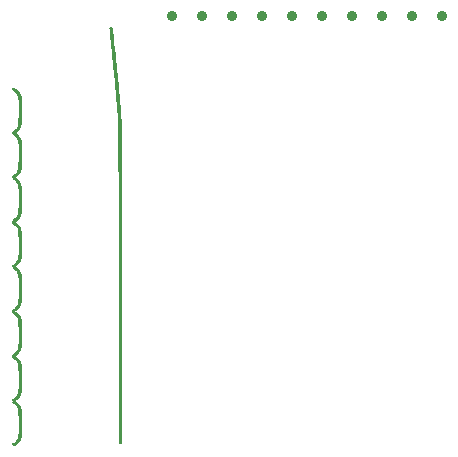
<source format=gtl>
G04 This is an RS-274x file exported by *
G04 gerbv version 2.6.2 *
G04 More information is available about gerbv at *
G04 http://gerbv.geda-project.org/ *
G04 --End of header info--*
%MOIN*%
%FSLAX34Y34*%
%IPPOS*%
G04 --Define apertures--*
%ADD10C,0.0004*%
%ADD11C,0.0984*%
%ADD12C,0.0350*%
%ADD13C,0.0120*%
G04 --Start main section--*
G54D10*
G36*
G01X0001948Y0013923D02*
G01X0001959Y0013918D01*
G01X0001974Y0013910D01*
G01X0001991Y0013900D01*
G01X0002008Y0013890D01*
G01X0002010Y0013888D01*
G01X0002058Y0013849D01*
G01X0002100Y0013803D01*
G01X0002135Y0013751D01*
G01X0002163Y0013693D01*
G01X0002176Y0013653D01*
G01X0002178Y0013645D01*
G01X0002180Y0013638D01*
G01X0002181Y0013630D01*
G01X0002183Y0013621D01*
G01X0002184Y0013610D01*
G01X0002185Y0013597D01*
G01X0002185Y0013580D01*
G01X0002186Y0013559D01*
G01X0002187Y0013533D01*
G01X0002187Y0013502D01*
G01X0002187Y0013464D01*
G01X0002188Y0013420D01*
G01X0002188Y0013368D01*
G01X0002188Y0013308D01*
G01X0002189Y0013239D01*
G01X0002189Y0013208D01*
G01X0002189Y0013124D01*
G01X0002189Y0013051D01*
G01X0002190Y0012986D01*
G01X0002189Y0012928D01*
G01X0002189Y0012879D01*
G01X0002188Y0012835D01*
G01X0002187Y0012798D01*
G01X0002185Y0012766D01*
G01X0002183Y0012738D01*
G01X0002181Y0012715D01*
G01X0002177Y0012694D01*
G01X0002173Y0012676D01*
G01X0002169Y0012660D01*
G01X0002164Y0012645D01*
G01X0002158Y0012631D01*
G01X0002151Y0012616D01*
G01X0002144Y0012603D01*
G01X0002120Y0012561D01*
G01X0002090Y0012521D01*
G01X0002057Y0012486D01*
G01X0002024Y0012458D01*
G01X0002014Y0012451D01*
G01X0001991Y0012437D01*
G01X0002021Y0012415D01*
G01X0002069Y0012374D01*
G01X0002109Y0012327D01*
G01X0002142Y0012274D01*
G01X0002166Y0012216D01*
G01X0002181Y0012154D01*
G01X0002185Y0012124D01*
G01X0002186Y0012107D01*
G01X0002187Y0012081D01*
G01X0002188Y0012046D01*
G01X0002189Y0012001D01*
G01X0002189Y0011947D01*
G01X0002189Y0011885D01*
G01X0002189Y0011814D01*
G01X0002189Y0011735D01*
G01X0002189Y0011665D01*
G01X0002188Y0011591D01*
G01X0002188Y0011527D01*
G01X0002188Y0011472D01*
G01X0002188Y0011424D01*
G01X0002187Y0011384D01*
G01X0002187Y0011350D01*
G01X0002186Y0011322D01*
G01X0002186Y0011299D01*
G01X0002185Y0011280D01*
G01X0002184Y0011265D01*
G01X0002183Y0011253D01*
G01X0002182Y0011243D01*
G01X0002180Y0011235D01*
G01X0002179Y0011228D01*
G01X0002177Y0011221D01*
G01X0002177Y0011220D01*
G01X0002155Y0011158D01*
G01X0002125Y0011102D01*
G01X0002088Y0011053D01*
G01X0002045Y0011010D01*
G01X0002013Y0010986D01*
G01X0001997Y0010975D01*
G01X0001985Y0010965D01*
G01X0001978Y0010959D01*
G01X0001978Y0010958D01*
G01X0001981Y0010953D01*
G01X0001992Y0010944D01*
G01X0002007Y0010933D01*
G01X0002013Y0010929D01*
G01X0002060Y0010892D01*
G01X0002101Y0010847D01*
G01X0002134Y0010797D01*
G01X0002160Y0010742D01*
G01X0002178Y0010684D01*
G01X0002185Y0010640D01*
G01X0002186Y0010626D01*
G01X0002187Y0010604D01*
G01X0002187Y0010573D01*
G01X0002188Y0010535D01*
G01X0002188Y0010490D01*
G01X0002189Y0010439D01*
G01X0002189Y0010383D01*
G01X0002190Y0010323D01*
G01X0002190Y0010259D01*
G01X0002190Y0010213D01*
G01X0002190Y0010147D01*
G01X0002190Y0010084D01*
G01X0002189Y0010025D01*
G01X0002189Y0009970D01*
G01X0002188Y0009921D01*
G01X0002188Y0009878D01*
G01X0002187Y0009842D01*
G01X0002186Y0009814D01*
G01X0002185Y0009794D01*
G01X0002185Y0009785D01*
G01X0002174Y0009725D01*
G01X0002154Y0009667D01*
G01X0002126Y0009614D01*
G01X0002090Y0009565D01*
G01X0002048Y0009523D01*
G01X0002013Y0009496D01*
G01X0001997Y0009485D01*
G01X0001984Y0009476D01*
G01X0001976Y0009470D01*
G01X0001975Y0009469D01*
G01X0001978Y0009465D01*
G01X0001987Y0009457D01*
G01X0002002Y0009447D01*
G01X0002011Y0009440D01*
G01X0002059Y0009402D01*
G01X0002100Y0009357D01*
G01X0002135Y0009307D01*
G01X0002161Y0009251D01*
G01X0002178Y0009192D01*
G01X0002185Y0009150D01*
G01X0002186Y0009136D01*
G01X0002187Y0009112D01*
G01X0002187Y0009081D01*
G01X0002188Y0009043D01*
G01X0002189Y0008999D01*
G01X0002189Y0008950D01*
G01X0002189Y0008897D01*
G01X0002190Y0008841D01*
G01X0002190Y0008783D01*
G01X0002190Y0008724D01*
G01X0002190Y0008665D01*
G01X0002190Y0008607D01*
G01X0002189Y0008550D01*
G01X0002189Y0008497D01*
G01X0002189Y0008448D01*
G01X0002188Y0008404D01*
G01X0002187Y0008365D01*
G01X0002187Y0008334D01*
G01X0002186Y0008311D01*
G01X0002185Y0008296D01*
G01X0002185Y0008296D01*
G01X0002173Y0008233D01*
G01X0002153Y0008175D01*
G01X0002124Y0008120D01*
G01X0002086Y0008071D01*
G01X0002040Y0008026D01*
G01X0001986Y0007987D01*
G01X0001977Y0007982D01*
G01X0001974Y0007979D01*
G01X0001976Y0007975D01*
G01X0001984Y0007968D01*
G01X0001999Y0007959D01*
G01X0002048Y0007922D01*
G01X0002091Y0007879D01*
G01X0002128Y0007828D01*
G01X0002157Y0007772D01*
G01X0002176Y0007718D01*
G01X0002178Y0007710D01*
G01X0002180Y0007703D01*
G01X0002181Y0007696D01*
G01X0002182Y0007687D01*
G01X0002184Y0007676D01*
G01X0002184Y0007663D01*
G01X0002185Y0007647D01*
G01X0002186Y0007626D01*
G01X0002187Y0007601D01*
G01X0002187Y0007571D01*
G01X0002187Y0007534D01*
G01X0002188Y0007491D01*
G01X0002188Y0007440D01*
G01X0002188Y0007381D01*
G01X0002189Y0007313D01*
G01X0002189Y0007270D01*
G01X0002189Y0007187D01*
G01X0002189Y0007110D01*
G01X0002189Y0007042D01*
G01X0002189Y0006981D01*
G01X0002189Y0006929D01*
G01X0002188Y0006886D01*
G01X0002187Y0006851D01*
G01X0002186Y0006826D01*
G01X0002185Y0006812D01*
G01X0002175Y0006748D01*
G01X0002156Y0006690D01*
G01X0002128Y0006637D01*
G01X0002092Y0006588D01*
G01X0002073Y0006567D01*
G01X0002053Y0006548D01*
G01X0002031Y0006529D01*
G01X0002011Y0006514D01*
G01X0002001Y0006506D01*
G01X0001970Y0006487D01*
G01X0002000Y0006468D01*
G01X0002049Y0006432D01*
G01X0002091Y0006389D01*
G01X0002127Y0006338D01*
G01X0002156Y0006282D01*
G01X0002177Y0006223D01*
G01X0002178Y0006215D01*
G01X0002180Y0006208D01*
G01X0002182Y0006201D01*
G01X0002183Y0006193D01*
G01X0002184Y0006182D01*
G01X0002185Y0006169D01*
G01X0002185Y0006153D01*
G01X0002186Y0006133D01*
G01X0002187Y0006108D01*
G01X0002187Y0006079D01*
G01X0002187Y0006043D01*
G01X0002187Y0006001D01*
G01X0002187Y0005951D01*
G01X0002187Y0005894D01*
G01X0002187Y0005828D01*
G01X0002187Y0005753D01*
G01X0002188Y0005745D01*
G01X0002188Y0005667D01*
G01X0002187Y0005598D01*
G01X0002187Y0005538D01*
G01X0002187Y0005485D01*
G01X0002187Y0005440D01*
G01X0002186Y0005401D01*
G01X0002186Y0005369D01*
G01X0002185Y0005341D01*
G01X0002184Y0005318D01*
G01X0002182Y0005299D01*
G01X0002180Y0005282D01*
G01X0002178Y0005268D01*
G01X0002175Y0005256D01*
G01X0002172Y0005245D01*
G01X0002169Y0005234D01*
G01X0002165Y0005223D01*
G01X0002160Y0005211D01*
G01X0002159Y0005209D01*
G01X0002134Y0005157D01*
G01X0002100Y0005107D01*
G01X0002060Y0005063D01*
G01X0002014Y0005025D01*
G01X0002006Y0005020D01*
G01X0001970Y0004996D01*
G01X0001999Y0004979D01*
G01X0002036Y0004951D01*
G01X0002073Y0004917D01*
G01X0002106Y0004879D01*
G01X0002134Y0004839D01*
G01X0002153Y0004803D01*
G01X0002159Y0004787D01*
G01X0002165Y0004773D01*
G01X0002169Y0004758D01*
G01X0002174Y0004743D01*
G01X0002177Y0004726D01*
G01X0002180Y0004707D01*
G01X0002183Y0004685D01*
G01X0002185Y0004660D01*
G01X0002187Y0004630D01*
G01X0002188Y0004596D01*
G01X0002189Y0004556D01*
G01X0002189Y0004510D01*
G01X0002189Y0004457D01*
G01X0002190Y0004396D01*
G01X0002189Y0004327D01*
G01X0002189Y0004249D01*
G01X0002189Y0004213D01*
G01X0002189Y0004139D01*
G01X0002188Y0004075D01*
G01X0002188Y0004020D01*
G01X0002188Y0003973D01*
G01X0002187Y0003933D01*
G01X0002187Y0003899D01*
G01X0002186Y0003871D01*
G01X0002186Y0003848D01*
G01X0002185Y0003829D01*
G01X0002184Y0003815D01*
G01X0002183Y0003803D01*
G01X0002182Y0003793D01*
G01X0002180Y0003785D01*
G01X0002179Y0003778D01*
G01X0002177Y0003771D01*
G01X0002176Y0003770D01*
G01X0002154Y0003707D01*
G01X0002124Y0003650D01*
G01X0002086Y0003600D01*
G01X0002041Y0003556D01*
G01X0002004Y0003528D01*
G01X0001970Y0003506D01*
G01X0002001Y0003487D01*
G01X0002038Y0003460D01*
G01X0002074Y0003426D01*
G01X0002107Y0003387D01*
G01X0002135Y0003346D01*
G01X0002155Y0003305D01*
G01X0002155Y0003304D01*
G01X0002161Y0003289D01*
G01X0002166Y0003275D01*
G01X0002171Y0003261D01*
G01X0002175Y0003246D01*
G01X0002178Y0003230D01*
G01X0002181Y0003211D01*
G01X0002184Y0003191D01*
G01X0002185Y0003166D01*
G01X0002187Y0003138D01*
G01X0002188Y0003105D01*
G01X0002189Y0003067D01*
G01X0002189Y0003022D01*
G01X0002190Y0002971D01*
G01X0002190Y0002912D01*
G01X0002189Y0002844D01*
G01X0002189Y0002768D01*
G01X0002189Y0002723D01*
G01X0002189Y0002649D01*
G01X0002188Y0002585D01*
G01X0002188Y0002530D01*
G01X0002188Y0002483D01*
G01X0002187Y0002443D01*
G01X0002187Y0002409D01*
G01X0002186Y0002381D01*
G01X0002186Y0002358D01*
G01X0002185Y0002339D01*
G01X0002184Y0002325D01*
G01X0002183Y0002313D01*
G01X0002182Y0002303D01*
G01X0002180Y0002295D01*
G01X0002179Y0002288D01*
G01X0002177Y0002281D01*
G01X0002176Y0002280D01*
G01X0002155Y0002219D01*
G01X0002127Y0002165D01*
G01X0002092Y0002117D01*
G01X0002056Y0002079D01*
G01X0002037Y0002063D01*
G01X0002016Y0002047D01*
G01X0001995Y0002033D01*
G01X0001976Y0002021D01*
G01X0001960Y0002013D01*
G01X0001951Y0002010D01*
G01X0001946Y0002014D01*
G01X0001938Y0002025D01*
G01X0001932Y0002039D01*
G01X0001925Y0002054D01*
G01X0001919Y0002066D01*
G01X0001917Y0002071D01*
G01X0001920Y0002074D01*
G01X0001930Y0002082D01*
G01X0001945Y0002091D01*
G01X0001949Y0002093D01*
G01X0001991Y0002123D01*
G01X0002030Y0002161D01*
G01X0002062Y0002205D01*
G01X0002087Y0002253D01*
G01X0002093Y0002267D01*
G01X0002097Y0002278D01*
G01X0002100Y0002290D01*
G01X0002103Y0002302D01*
G01X0002106Y0002315D01*
G01X0002108Y0002330D01*
G01X0002110Y0002349D01*
G01X0002111Y0002370D01*
G01X0002112Y0002396D01*
G01X0002113Y0002427D01*
G01X0002114Y0002463D01*
G01X0002114Y0002506D01*
G01X0002114Y0002555D01*
G01X0002114Y0002612D01*
G01X0002114Y0002677D01*
G01X0002114Y0002751D01*
G01X0002114Y0002790D01*
G01X0002113Y0002865D01*
G01X0002113Y0002931D01*
G01X0002113Y0002989D01*
G01X0002112Y0003039D01*
G01X0002112Y0003081D01*
G01X0002111Y0003117D01*
G01X0002110Y0003148D01*
G01X0002109Y0003173D01*
G01X0002107Y0003194D01*
G01X0002105Y0003212D01*
G01X0002103Y0003226D01*
G01X0002100Y0003239D01*
G01X0002097Y0003250D01*
G01X0002092Y0003261D01*
G01X0002088Y0003271D01*
G01X0002082Y0003283D01*
G01X0002076Y0003295D01*
G01X0002059Y0003324D01*
G01X0002035Y0003354D01*
G01X0002007Y0003384D01*
G01X0001978Y0003410D01*
G01X0001949Y0003430D01*
G01X0001941Y0003434D01*
G01X0001926Y0003443D01*
G01X0001915Y0003449D01*
G01X0001910Y0003453D01*
G01X0001910Y0003453D01*
G01X0001912Y0003458D01*
G01X0001916Y0003470D01*
G01X0001923Y0003486D01*
G01X0001923Y0003487D01*
G01X0001936Y0003519D01*
G01X0001926Y0003542D01*
G01X0001916Y0003564D01*
G01X0001949Y0003583D01*
G01X0001991Y0003613D01*
G01X0002030Y0003651D01*
G01X0002062Y0003694D01*
G01X0002087Y0003742D01*
G01X0002093Y0003757D01*
G01X0002097Y0003768D01*
G01X0002100Y0003780D01*
G01X0002103Y0003792D01*
G01X0002106Y0003805D01*
G01X0002108Y0003820D01*
G01X0002110Y0003839D01*
G01X0002111Y0003860D01*
G01X0002112Y0003886D01*
G01X0002113Y0003917D01*
G01X0002114Y0003953D01*
G01X0002114Y0003996D01*
G01X0002114Y0004045D01*
G01X0002114Y0004102D01*
G01X0002114Y0004167D01*
G01X0002114Y0004241D01*
G01X0002114Y0004280D01*
G01X0002113Y0004355D01*
G01X0002113Y0004421D01*
G01X0002113Y0004479D01*
G01X0002112Y0004529D01*
G01X0002112Y0004571D01*
G01X0002111Y0004607D01*
G01X0002110Y0004638D01*
G01X0002109Y0004663D01*
G01X0002107Y0004684D01*
G01X0002105Y0004702D01*
G01X0002103Y0004716D01*
G01X0002100Y0004729D01*
G01X0002097Y0004740D01*
G01X0002092Y0004751D01*
G01X0002088Y0004761D01*
G01X0002082Y0004773D01*
G01X0002076Y0004785D01*
G01X0002059Y0004814D01*
G01X0002035Y0004844D01*
G01X0002007Y0004874D01*
G01X0001978Y0004900D01*
G01X0001949Y0004920D01*
G01X0001941Y0004924D01*
G01X0001926Y0004933D01*
G01X0001915Y0004939D01*
G01X0001910Y0004942D01*
G01X0001910Y0004942D01*
G01X0001912Y0004948D01*
G01X0001917Y0004959D01*
G01X0001923Y0004975D01*
G01X0001937Y0005006D01*
G01X0001926Y0005030D01*
G01X0001916Y0005054D01*
G01X0001949Y0005073D01*
G01X0001991Y0005103D01*
G01X0002029Y0005141D01*
G01X0002062Y0005184D01*
G01X0002087Y0005231D01*
G01X0002093Y0005247D01*
G01X0002097Y0005258D01*
G01X0002100Y0005270D01*
G01X0002103Y0005282D01*
G01X0002106Y0005295D01*
G01X0002108Y0005310D01*
G01X0002110Y0005329D01*
G01X0002111Y0005350D01*
G01X0002112Y0005376D01*
G01X0002113Y0005407D01*
G01X0002114Y0005443D01*
G01X0002114Y0005486D01*
G01X0002114Y0005535D01*
G01X0002114Y0005592D01*
G01X0002114Y0005657D01*
G01X0002114Y0005731D01*
G01X0002114Y0005770D01*
G01X0002113Y0005845D01*
G01X0002113Y0005911D01*
G01X0002113Y0005969D01*
G01X0002112Y0006019D01*
G01X0002112Y0006061D01*
G01X0002111Y0006097D01*
G01X0002110Y0006128D01*
G01X0002109Y0006153D01*
G01X0002107Y0006174D01*
G01X0002105Y0006192D01*
G01X0002103Y0006206D01*
G01X0002100Y0006219D01*
G01X0002097Y0006230D01*
G01X0002092Y0006241D01*
G01X0002088Y0006251D01*
G01X0002082Y0006263D01*
G01X0002076Y0006275D01*
G01X0002059Y0006304D01*
G01X0002035Y0006335D01*
G01X0002007Y0006364D01*
G01X0001977Y0006390D01*
G01X0001948Y0006411D01*
G01X0001941Y0006414D01*
G01X0001925Y0006423D01*
G01X0001915Y0006431D01*
G01X0001912Y0006437D01*
G01X0001912Y0006437D01*
G01X0001915Y0006444D01*
G01X0001921Y0006458D01*
G01X0001925Y0006469D01*
G01X0001936Y0006495D01*
G01X0001926Y0006520D01*
G01X0001916Y0006544D01*
G01X0001950Y0006565D01*
G01X0001996Y0006598D01*
G01X0002036Y0006638D01*
G01X0002068Y0006684D01*
G01X0002091Y0006735D01*
G01X0002107Y0006790D01*
G01X0002110Y0006807D01*
G01X0002111Y0006819D01*
G01X0002111Y0006840D01*
G01X0002112Y0006869D01*
G01X0002113Y0006905D01*
G01X0002113Y0006947D01*
G01X0002114Y0006995D01*
G01X0002114Y0007046D01*
G01X0002115Y0007101D01*
G01X0002115Y0007157D01*
G01X0002115Y0007216D01*
G01X0002115Y0007274D01*
G01X0002115Y0007331D01*
G01X0002115Y0007387D01*
G01X0002114Y0007440D01*
G01X0002114Y0007490D01*
G01X0002113Y0007535D01*
G01X0002113Y0007574D01*
G01X0002112Y0007607D01*
G01X0002111Y0007632D01*
G01X0002110Y0007649D01*
G01X0002110Y0007653D01*
G01X0002098Y0007709D01*
G01X0002077Y0007761D01*
G01X0002049Y0007808D01*
G01X0002013Y0007850D01*
G01X0001971Y0007885D01*
G01X0001954Y0007896D01*
G01X0001938Y0007906D01*
G01X0001924Y0007914D01*
G01X0001917Y0007918D01*
G01X0001917Y0007919D01*
G01X0001914Y0007924D01*
G01X0001916Y0007934D01*
G01X0001923Y0007952D01*
G01X0001924Y0007953D01*
G01X0001937Y0007984D01*
G01X0001926Y0008009D01*
G01X0001916Y0008034D01*
G01X0001950Y0008055D01*
G01X0001994Y0008087D01*
G01X0002033Y0008126D01*
G01X0002066Y0008171D01*
G01X0002090Y0008219D01*
G01X0002093Y0008227D01*
G01X0002097Y0008238D01*
G01X0002100Y0008250D01*
G01X0002103Y0008262D01*
G01X0002106Y0008275D01*
G01X0002108Y0008290D01*
G01X0002110Y0008309D01*
G01X0002111Y0008330D01*
G01X0002112Y0008356D01*
G01X0002113Y0008387D01*
G01X0002114Y0008423D01*
G01X0002114Y0008466D01*
G01X0002114Y0008515D01*
G01X0002114Y0008573D01*
G01X0002114Y0008638D01*
G01X0002114Y0008712D01*
G01X0002114Y0008750D01*
G01X0002114Y0008824D01*
G01X0002113Y0008889D01*
G01X0002113Y0008945D01*
G01X0002112Y0008993D01*
G01X0002112Y0009034D01*
G01X0002112Y0009068D01*
G01X0002111Y0009097D01*
G01X0002110Y0009120D01*
G01X0002110Y0009139D01*
G01X0002109Y0009153D01*
G01X0002108Y0009165D01*
G01X0002106Y0009174D01*
G01X0002105Y0009181D01*
G01X0002104Y0009188D01*
G01X0002084Y0009240D01*
G01X0002056Y0009288D01*
G01X0002022Y0009331D01*
G01X0001983Y0009367D01*
G01X0001939Y0009395D01*
G01X0001939Y0009395D01*
G01X0001910Y0009410D01*
G01X0001923Y0009438D01*
G01X0001930Y0009456D01*
G01X0001934Y0009469D01*
G01X0001934Y0009479D01*
G01X0001930Y0009491D01*
G01X0001925Y0009502D01*
G01X0001916Y0009525D01*
G01X0001942Y0009540D01*
G01X0001989Y0009572D01*
G01X0002029Y0009611D01*
G01X0002063Y0009656D01*
G01X0002078Y0009683D01*
G01X0002084Y0009695D01*
G01X0002089Y0009705D01*
G01X0002093Y0009716D01*
G01X0002097Y0009726D01*
G01X0002101Y0009737D01*
G01X0002104Y0009750D01*
G01X0002106Y0009765D01*
G01X0002108Y0009782D01*
G01X0002109Y0009804D01*
G01X0002111Y0009830D01*
G01X0002111Y0009861D01*
G01X0002112Y0009898D01*
G01X0002113Y0009941D01*
G01X0002113Y0009991D01*
G01X0002113Y0010050D01*
G01X0002114Y0010117D01*
G01X0002114Y0010185D01*
G01X0002114Y0010264D01*
G01X0002114Y0010333D01*
G01X0002114Y0010394D01*
G01X0002114Y0010447D01*
G01X0002114Y0010493D01*
G01X0002114Y0010532D01*
G01X0002113Y0010565D01*
G01X0002112Y0010593D01*
G01X0002110Y0010617D01*
G01X0002109Y0010636D01*
G01X0002107Y0010653D01*
G01X0002104Y0010667D01*
G01X0002102Y0010680D01*
G01X0002098Y0010691D01*
G01X0002095Y0010703D01*
G01X0002093Y0010708D01*
G01X0002070Y0010757D01*
G01X0002039Y0010803D01*
G01X0002000Y0010843D01*
G01X0001957Y0010876D01*
G01X0001950Y0010880D01*
G01X0001934Y0010891D01*
G01X0001921Y0010899D01*
G01X0001915Y0010905D01*
G01X0001915Y0010905D01*
G01X0001917Y0010912D01*
G01X0001922Y0010925D01*
G01X0001927Y0010936D01*
G01X0001933Y0010952D01*
G01X0001936Y0010962D01*
G01X0001935Y0010970D01*
G01X0001930Y0010980D01*
G01X0001930Y0010980D01*
G01X0001921Y0010998D01*
G01X0001918Y0011010D01*
G01X0001920Y0011018D01*
G01X0001927Y0011023D01*
G01X0001935Y0011027D01*
G01X0001965Y0011044D01*
G01X0001996Y0011068D01*
G01X0002025Y0011098D01*
G01X0002052Y0011130D01*
G01X0002073Y0011163D01*
G01X0002077Y0011173D01*
G01X0002083Y0011185D01*
G01X0002089Y0011196D01*
G01X0002093Y0011206D01*
G01X0002097Y0011217D01*
G01X0002101Y0011228D01*
G01X0002103Y0011240D01*
G01X0002106Y0011255D01*
G01X0002108Y0011273D01*
G01X0002109Y0011294D01*
G01X0002110Y0011320D01*
G01X0002111Y0011351D01*
G01X0002112Y0011387D01*
G01X0002112Y0011430D01*
G01X0002113Y0011480D01*
G01X0002113Y0011538D01*
G01X0002113Y0011605D01*
G01X0002114Y0011675D01*
G01X0002114Y0011754D01*
G01X0002114Y0011823D01*
G01X0002114Y0011884D01*
G01X0002114Y0011937D01*
G01X0002114Y0011983D01*
G01X0002114Y0012022D01*
G01X0002113Y0012055D01*
G01X0002112Y0012083D01*
G01X0002110Y0012107D01*
G01X0002109Y0012126D01*
G01X0002107Y0012143D01*
G01X0002104Y0012157D01*
G01X0002102Y0012170D01*
G01X0002098Y0012181D01*
G01X0002095Y0012193D01*
G01X0002093Y0012198D01*
G01X0002070Y0012248D01*
G01X0002038Y0012294D01*
G01X0001999Y0012334D01*
G01X0001954Y0012368D01*
G01X0001950Y0012370D01*
G01X0001934Y0012381D01*
G01X0001921Y0012389D01*
G01X0001915Y0012395D01*
G01X0001915Y0012395D01*
G01X0001917Y0012402D01*
G01X0001922Y0012414D01*
G01X0001923Y0012417D01*
G01X0001928Y0012432D01*
G01X0001927Y0012447D01*
G01X0001922Y0012467D01*
G01X0001917Y0012478D01*
G01X0001920Y0012482D01*
G01X0001930Y0012489D01*
G01X0001944Y0012497D01*
G01X0001970Y0012514D01*
G01X0001997Y0012537D01*
G01X0002025Y0012564D01*
G01X0002049Y0012593D01*
G01X0002069Y0012622D01*
G01X0002076Y0012635D01*
G01X0002082Y0012648D01*
G01X0002088Y0012659D01*
G01X0002093Y0012670D01*
G01X0002097Y0012680D01*
G01X0002100Y0012691D01*
G01X0002103Y0012704D01*
G01X0002105Y0012719D01*
G01X0002107Y0012736D01*
G01X0002109Y0012758D01*
G01X0002110Y0012783D01*
G01X0002111Y0012814D01*
G01X0002112Y0012850D01*
G01X0002112Y0012892D01*
G01X0002113Y0012942D01*
G01X0002113Y0013000D01*
G01X0002113Y0013066D01*
G01X0002114Y0013140D01*
G01X0002114Y0013219D01*
G01X0002114Y0013288D01*
G01X0002114Y0013349D01*
G01X0002114Y0013402D01*
G01X0002114Y0013448D01*
G01X0002114Y0013487D01*
G01X0002113Y0013520D01*
G01X0002112Y0013548D01*
G01X0002110Y0013572D01*
G01X0002109Y0013591D01*
G01X0002107Y0013608D01*
G01X0002104Y0013622D01*
G01X0002102Y0013635D01*
G01X0002098Y0013646D01*
G01X0002095Y0013658D01*
G01X0002093Y0013663D01*
G01X0002070Y0013712D01*
G01X0002040Y0013757D01*
G01X0002003Y0013797D01*
G01X0001961Y0013829D01*
G01X0001949Y0013837D01*
G01X0001933Y0013847D01*
G01X0001921Y0013855D01*
G01X0001915Y0013859D01*
G01X0001915Y0013860D01*
G01X0001917Y0013866D01*
G01X0001922Y0013878D01*
G01X0001928Y0013893D01*
G01X0001934Y0013907D01*
G01X0001940Y0013919D01*
G01X0001942Y0013924D01*
G01X0001948Y0013923D01*
G01X0001948Y0013923D01*
G37*
G01X0001948Y0013923D02*
G01X0001959Y0013918D01*
G01X0001959Y0013918D02*
G01X0001974Y0013910D01*
G01X0001974Y0013910D02*
G01X0001991Y0013900D01*
G01X0001991Y0013900D02*
G01X0002008Y0013890D01*
G01X0002008Y0013890D02*
G01X0002010Y0013888D01*
G01X0002010Y0013888D02*
G01X0002058Y0013849D01*
G01X0002058Y0013849D02*
G01X0002100Y0013803D01*
G01X0002100Y0013803D02*
G01X0002135Y0013751D01*
G01X0002135Y0013751D02*
G01X0002163Y0013693D01*
G01X0002163Y0013693D02*
G01X0002176Y0013653D01*
G01X0002176Y0013653D02*
G01X0002178Y0013645D01*
G01X0002178Y0013645D02*
G01X0002180Y0013638D01*
G01X0002180Y0013638D02*
G01X0002181Y0013630D01*
G01X0002181Y0013630D02*
G01X0002183Y0013621D01*
G01X0002183Y0013621D02*
G01X0002184Y0013610D01*
G01X0002184Y0013610D02*
G01X0002185Y0013597D01*
G01X0002185Y0013597D02*
G01X0002185Y0013580D01*
G01X0002185Y0013580D02*
G01X0002186Y0013559D01*
G01X0002186Y0013559D02*
G01X0002187Y0013533D01*
G01X0002187Y0013533D02*
G01X0002187Y0013502D01*
G01X0002187Y0013502D02*
G01X0002187Y0013464D01*
G01X0002187Y0013464D02*
G01X0002188Y0013420D01*
G01X0002188Y0013420D02*
G01X0002188Y0013368D01*
G01X0002188Y0013368D02*
G01X0002188Y0013308D01*
G01X0002188Y0013308D02*
G01X0002189Y0013239D01*
G01X0002189Y0013239D02*
G01X0002189Y0013208D01*
G01X0002189Y0013208D02*
G01X0002189Y0013124D01*
G01X0002189Y0013124D02*
G01X0002189Y0013051D01*
G01X0002189Y0013051D02*
G01X0002190Y0012986D01*
G01X0002190Y0012986D02*
G01X0002189Y0012928D01*
G01X0002189Y0012928D02*
G01X0002189Y0012879D01*
G01X0002189Y0012879D02*
G01X0002188Y0012835D01*
G01X0002188Y0012835D02*
G01X0002187Y0012798D01*
G01X0002187Y0012798D02*
G01X0002185Y0012766D01*
G01X0002185Y0012766D02*
G01X0002183Y0012738D01*
G01X0002183Y0012738D02*
G01X0002181Y0012715D01*
G01X0002181Y0012715D02*
G01X0002177Y0012694D01*
G01X0002177Y0012694D02*
G01X0002173Y0012676D01*
G01X0002173Y0012676D02*
G01X0002169Y0012660D01*
G01X0002169Y0012660D02*
G01X0002164Y0012645D01*
G01X0002164Y0012645D02*
G01X0002158Y0012631D01*
G01X0002158Y0012631D02*
G01X0002151Y0012616D01*
G01X0002151Y0012616D02*
G01X0002144Y0012603D01*
G01X0002144Y0012603D02*
G01X0002120Y0012561D01*
G01X0002120Y0012561D02*
G01X0002090Y0012521D01*
G01X0002090Y0012521D02*
G01X0002057Y0012486D01*
G01X0002057Y0012486D02*
G01X0002024Y0012458D01*
G01X0002024Y0012458D02*
G01X0002014Y0012451D01*
G01X0002014Y0012451D02*
G01X0001991Y0012437D01*
G01X0001991Y0012437D02*
G01X0002021Y0012415D01*
G01X0002021Y0012415D02*
G01X0002069Y0012374D01*
G01X0002069Y0012374D02*
G01X0002109Y0012327D01*
G01X0002109Y0012327D02*
G01X0002142Y0012274D01*
G01X0002142Y0012274D02*
G01X0002166Y0012216D01*
G01X0002166Y0012216D02*
G01X0002181Y0012154D01*
G01X0002181Y0012154D02*
G01X0002185Y0012124D01*
G01X0002185Y0012124D02*
G01X0002186Y0012107D01*
G01X0002186Y0012107D02*
G01X0002187Y0012081D01*
G01X0002187Y0012081D02*
G01X0002188Y0012046D01*
G01X0002188Y0012046D02*
G01X0002189Y0012001D01*
G01X0002189Y0012001D02*
G01X0002189Y0011947D01*
G01X0002189Y0011947D02*
G01X0002189Y0011885D01*
G01X0002189Y0011885D02*
G01X0002189Y0011814D01*
G01X0002189Y0011814D02*
G01X0002189Y0011735D01*
G01X0002189Y0011735D02*
G01X0002189Y0011665D01*
G01X0002189Y0011665D02*
G01X0002188Y0011591D01*
G01X0002188Y0011591D02*
G01X0002188Y0011527D01*
G01X0002188Y0011527D02*
G01X0002188Y0011472D01*
G01X0002188Y0011472D02*
G01X0002188Y0011424D01*
G01X0002188Y0011424D02*
G01X0002187Y0011384D01*
G01X0002187Y0011384D02*
G01X0002187Y0011350D01*
G01X0002187Y0011350D02*
G01X0002186Y0011322D01*
G01X0002186Y0011322D02*
G01X0002186Y0011299D01*
G01X0002186Y0011299D02*
G01X0002185Y0011280D01*
G01X0002185Y0011280D02*
G01X0002184Y0011265D01*
G01X0002184Y0011265D02*
G01X0002183Y0011253D01*
G01X0002183Y0011253D02*
G01X0002182Y0011243D01*
G01X0002182Y0011243D02*
G01X0002180Y0011235D01*
G01X0002180Y0011235D02*
G01X0002179Y0011228D01*
G01X0002179Y0011228D02*
G01X0002177Y0011221D01*
G01X0002177Y0011221D02*
G01X0002177Y0011220D01*
G01X0002177Y0011220D02*
G01X0002155Y0011158D01*
G01X0002155Y0011158D02*
G01X0002125Y0011102D01*
G01X0002125Y0011102D02*
G01X0002088Y0011053D01*
G01X0002088Y0011053D02*
G01X0002045Y0011010D01*
G01X0002045Y0011010D02*
G01X0002013Y0010986D01*
G01X0002013Y0010986D02*
G01X0001997Y0010975D01*
G01X0001997Y0010975D02*
G01X0001985Y0010965D01*
G01X0001985Y0010965D02*
G01X0001978Y0010959D01*
G01X0001978Y0010959D02*
G01X0001978Y0010958D01*
G01X0001978Y0010958D02*
G01X0001981Y0010953D01*
G01X0001981Y0010953D02*
G01X0001992Y0010944D01*
G01X0001992Y0010944D02*
G01X0002007Y0010933D01*
G01X0002007Y0010933D02*
G01X0002013Y0010929D01*
G01X0002013Y0010929D02*
G01X0002060Y0010892D01*
G01X0002060Y0010892D02*
G01X0002101Y0010847D01*
G01X0002101Y0010847D02*
G01X0002134Y0010797D01*
G01X0002134Y0010797D02*
G01X0002160Y0010742D01*
G01X0002160Y0010742D02*
G01X0002178Y0010684D01*
G01X0002178Y0010684D02*
G01X0002185Y0010640D01*
G01X0002185Y0010640D02*
G01X0002186Y0010626D01*
G01X0002186Y0010626D02*
G01X0002187Y0010604D01*
G01X0002187Y0010604D02*
G01X0002187Y0010573D01*
G01X0002187Y0010573D02*
G01X0002188Y0010535D01*
G01X0002188Y0010535D02*
G01X0002188Y0010490D01*
G01X0002188Y0010490D02*
G01X0002189Y0010439D01*
G01X0002189Y0010439D02*
G01X0002189Y0010383D01*
G01X0002189Y0010383D02*
G01X0002190Y0010323D01*
G01X0002190Y0010323D02*
G01X0002190Y0010259D01*
G01X0002190Y0010259D02*
G01X0002190Y0010213D01*
G01X0002190Y0010213D02*
G01X0002190Y0010147D01*
G01X0002190Y0010147D02*
G01X0002190Y0010084D01*
G01X0002190Y0010084D02*
G01X0002189Y0010025D01*
G01X0002189Y0010025D02*
G01X0002189Y0009970D01*
G01X0002189Y0009970D02*
G01X0002188Y0009921D01*
G01X0002188Y0009921D02*
G01X0002188Y0009878D01*
G01X0002188Y0009878D02*
G01X0002187Y0009842D01*
G01X0002187Y0009842D02*
G01X0002186Y0009814D01*
G01X0002186Y0009814D02*
G01X0002185Y0009794D01*
G01X0002185Y0009794D02*
G01X0002185Y0009785D01*
G01X0002185Y0009785D02*
G01X0002174Y0009725D01*
G01X0002174Y0009725D02*
G01X0002154Y0009667D01*
G01X0002154Y0009667D02*
G01X0002126Y0009614D01*
G01X0002126Y0009614D02*
G01X0002090Y0009565D01*
G01X0002090Y0009565D02*
G01X0002048Y0009523D01*
G01X0002048Y0009523D02*
G01X0002013Y0009496D01*
G01X0002013Y0009496D02*
G01X0001997Y0009485D01*
G01X0001997Y0009485D02*
G01X0001984Y0009476D01*
G01X0001984Y0009476D02*
G01X0001976Y0009470D01*
G01X0001976Y0009470D02*
G01X0001975Y0009469D01*
G01X0001975Y0009469D02*
G01X0001978Y0009465D01*
G01X0001978Y0009465D02*
G01X0001987Y0009457D01*
G01X0001987Y0009457D02*
G01X0002002Y0009447D01*
G01X0002002Y0009447D02*
G01X0002011Y0009440D01*
G01X0002011Y0009440D02*
G01X0002059Y0009402D01*
G01X0002059Y0009402D02*
G01X0002100Y0009357D01*
G01X0002100Y0009357D02*
G01X0002135Y0009307D01*
G01X0002135Y0009307D02*
G01X0002161Y0009251D01*
G01X0002161Y0009251D02*
G01X0002178Y0009192D01*
G01X0002178Y0009192D02*
G01X0002185Y0009150D01*
G01X0002185Y0009150D02*
G01X0002186Y0009136D01*
G01X0002186Y0009136D02*
G01X0002187Y0009112D01*
G01X0002187Y0009112D02*
G01X0002187Y0009081D01*
G01X0002187Y0009081D02*
G01X0002188Y0009043D01*
G01X0002188Y0009043D02*
G01X0002189Y0008999D01*
G01X0002189Y0008999D02*
G01X0002189Y0008950D01*
G01X0002189Y0008950D02*
G01X0002189Y0008897D01*
G01X0002189Y0008897D02*
G01X0002190Y0008841D01*
G01X0002190Y0008841D02*
G01X0002190Y0008783D01*
G01X0002190Y0008783D02*
G01X0002190Y0008724D01*
G01X0002190Y0008724D02*
G01X0002190Y0008665D01*
G01X0002190Y0008665D02*
G01X0002190Y0008607D01*
G01X0002190Y0008607D02*
G01X0002189Y0008550D01*
G01X0002189Y0008550D02*
G01X0002189Y0008497D01*
G01X0002189Y0008497D02*
G01X0002189Y0008448D01*
G01X0002189Y0008448D02*
G01X0002188Y0008404D01*
G01X0002188Y0008404D02*
G01X0002187Y0008365D01*
G01X0002187Y0008365D02*
G01X0002187Y0008334D01*
G01X0002187Y0008334D02*
G01X0002186Y0008311D01*
G01X0002186Y0008311D02*
G01X0002185Y0008296D01*
G01X0002185Y0008296D02*
G01X0002185Y0008296D01*
G01X0002185Y0008296D02*
G01X0002173Y0008233D01*
G01X0002173Y0008233D02*
G01X0002153Y0008175D01*
G01X0002153Y0008175D02*
G01X0002124Y0008120D01*
G01X0002124Y0008120D02*
G01X0002086Y0008071D01*
G01X0002086Y0008071D02*
G01X0002040Y0008026D01*
G01X0002040Y0008026D02*
G01X0001986Y0007987D01*
G01X0001986Y0007987D02*
G01X0001977Y0007982D01*
G01X0001977Y0007982D02*
G01X0001974Y0007979D01*
G01X0001974Y0007979D02*
G01X0001976Y0007975D01*
G01X0001976Y0007975D02*
G01X0001984Y0007968D01*
G01X0001984Y0007968D02*
G01X0001999Y0007959D01*
G01X0001999Y0007959D02*
G01X0002048Y0007922D01*
G01X0002048Y0007922D02*
G01X0002091Y0007879D01*
G01X0002091Y0007879D02*
G01X0002128Y0007828D01*
G01X0002128Y0007828D02*
G01X0002157Y0007772D01*
G01X0002157Y0007772D02*
G01X0002176Y0007718D01*
G01X0002176Y0007718D02*
G01X0002178Y0007710D01*
G01X0002178Y0007710D02*
G01X0002180Y0007703D01*
G01X0002180Y0007703D02*
G01X0002181Y0007696D01*
G01X0002181Y0007696D02*
G01X0002182Y0007687D01*
G01X0002182Y0007687D02*
G01X0002184Y0007676D01*
G01X0002184Y0007676D02*
G01X0002184Y0007663D01*
G01X0002184Y0007663D02*
G01X0002185Y0007647D01*
G01X0002185Y0007647D02*
G01X0002186Y0007626D01*
G01X0002186Y0007626D02*
G01X0002187Y0007601D01*
G01X0002187Y0007601D02*
G01X0002187Y0007571D01*
G01X0002187Y0007571D02*
G01X0002187Y0007534D01*
G01X0002187Y0007534D02*
G01X0002188Y0007491D01*
G01X0002188Y0007491D02*
G01X0002188Y0007440D01*
G01X0002188Y0007440D02*
G01X0002188Y0007381D01*
G01X0002188Y0007381D02*
G01X0002189Y0007313D01*
G01X0002189Y0007313D02*
G01X0002189Y0007270D01*
G01X0002189Y0007270D02*
G01X0002189Y0007187D01*
G01X0002189Y0007187D02*
G01X0002189Y0007110D01*
G01X0002189Y0007110D02*
G01X0002189Y0007042D01*
G01X0002189Y0007042D02*
G01X0002189Y0006981D01*
G01X0002189Y0006981D02*
G01X0002189Y0006929D01*
G01X0002189Y0006929D02*
G01X0002188Y0006886D01*
G01X0002188Y0006886D02*
G01X0002187Y0006851D01*
G01X0002187Y0006851D02*
G01X0002186Y0006826D01*
G01X0002186Y0006826D02*
G01X0002185Y0006812D01*
G01X0002185Y0006812D02*
G01X0002175Y0006748D01*
G01X0002175Y0006748D02*
G01X0002156Y0006690D01*
G01X0002156Y0006690D02*
G01X0002128Y0006637D01*
G01X0002128Y0006637D02*
G01X0002092Y0006588D01*
G01X0002092Y0006588D02*
G01X0002073Y0006567D01*
G01X0002073Y0006567D02*
G01X0002053Y0006548D01*
G01X0002053Y0006548D02*
G01X0002031Y0006529D01*
G01X0002031Y0006529D02*
G01X0002011Y0006514D01*
G01X0002011Y0006514D02*
G01X0002001Y0006506D01*
G01X0002001Y0006506D02*
G01X0001970Y0006487D01*
G01X0001970Y0006487D02*
G01X0002000Y0006468D01*
G01X0002000Y0006468D02*
G01X0002049Y0006432D01*
G01X0002049Y0006432D02*
G01X0002091Y0006389D01*
G01X0002091Y0006389D02*
G01X0002127Y0006338D01*
G01X0002127Y0006338D02*
G01X0002156Y0006282D01*
G01X0002156Y0006282D02*
G01X0002177Y0006223D01*
G01X0002177Y0006223D02*
G01X0002178Y0006215D01*
G01X0002178Y0006215D02*
G01X0002180Y0006208D01*
G01X0002180Y0006208D02*
G01X0002182Y0006201D01*
G01X0002182Y0006201D02*
G01X0002183Y0006193D01*
G01X0002183Y0006193D02*
G01X0002184Y0006182D01*
G01X0002184Y0006182D02*
G01X0002185Y0006169D01*
G01X0002185Y0006169D02*
G01X0002185Y0006153D01*
G01X0002185Y0006153D02*
G01X0002186Y0006133D01*
G01X0002186Y0006133D02*
G01X0002187Y0006108D01*
G01X0002187Y0006108D02*
G01X0002187Y0006079D01*
G01X0002187Y0006079D02*
G01X0002187Y0006043D01*
G01X0002187Y0006043D02*
G01X0002187Y0006001D01*
G01X0002187Y0006001D02*
G01X0002187Y0005951D01*
G01X0002187Y0005951D02*
G01X0002187Y0005894D01*
G01X0002187Y0005894D02*
G01X0002187Y0005828D01*
G01X0002187Y0005828D02*
G01X0002187Y0005753D01*
G01X0002187Y0005753D02*
G01X0002188Y0005745D01*
G01X0002188Y0005745D02*
G01X0002188Y0005667D01*
G01X0002188Y0005667D02*
G01X0002187Y0005598D01*
G01X0002187Y0005598D02*
G01X0002187Y0005538D01*
G01X0002187Y0005538D02*
G01X0002187Y0005485D01*
G01X0002187Y0005485D02*
G01X0002187Y0005440D01*
G01X0002187Y0005440D02*
G01X0002186Y0005401D01*
G01X0002186Y0005401D02*
G01X0002186Y0005369D01*
G01X0002186Y0005369D02*
G01X0002185Y0005341D01*
G01X0002185Y0005341D02*
G01X0002184Y0005318D01*
G01X0002184Y0005318D02*
G01X0002182Y0005299D01*
G01X0002182Y0005299D02*
G01X0002180Y0005282D01*
G01X0002180Y0005282D02*
G01X0002178Y0005268D01*
G01X0002178Y0005268D02*
G01X0002175Y0005256D01*
G01X0002175Y0005256D02*
G01X0002172Y0005245D01*
G01X0002172Y0005245D02*
G01X0002169Y0005234D01*
G01X0002169Y0005234D02*
G01X0002165Y0005223D01*
G01X0002165Y0005223D02*
G01X0002160Y0005211D01*
G01X0002160Y0005211D02*
G01X0002159Y0005209D01*
G01X0002159Y0005209D02*
G01X0002134Y0005157D01*
G01X0002134Y0005157D02*
G01X0002100Y0005107D01*
G01X0002100Y0005107D02*
G01X0002060Y0005063D01*
G01X0002060Y0005063D02*
G01X0002014Y0005025D01*
G01X0002014Y0005025D02*
G01X0002006Y0005020D01*
G01X0002006Y0005020D02*
G01X0001970Y0004996D01*
G01X0001970Y0004996D02*
G01X0001999Y0004979D01*
G01X0001999Y0004979D02*
G01X0002036Y0004951D01*
G01X0002036Y0004951D02*
G01X0002073Y0004917D01*
G01X0002073Y0004917D02*
G01X0002106Y0004879D01*
G01X0002106Y0004879D02*
G01X0002134Y0004839D01*
G01X0002134Y0004839D02*
G01X0002153Y0004803D01*
G01X0002153Y0004803D02*
G01X0002159Y0004787D01*
G01X0002159Y0004787D02*
G01X0002165Y0004773D01*
G01X0002165Y0004773D02*
G01X0002169Y0004758D01*
G01X0002169Y0004758D02*
G01X0002174Y0004743D01*
G01X0002174Y0004743D02*
G01X0002177Y0004726D01*
G01X0002177Y0004726D02*
G01X0002180Y0004707D01*
G01X0002180Y0004707D02*
G01X0002183Y0004685D01*
G01X0002183Y0004685D02*
G01X0002185Y0004660D01*
G01X0002185Y0004660D02*
G01X0002187Y0004630D01*
G01X0002187Y0004630D02*
G01X0002188Y0004596D01*
G01X0002188Y0004596D02*
G01X0002189Y0004556D01*
G01X0002189Y0004556D02*
G01X0002189Y0004510D01*
G01X0002189Y0004510D02*
G01X0002189Y0004457D01*
G01X0002189Y0004457D02*
G01X0002190Y0004396D01*
G01X0002190Y0004396D02*
G01X0002189Y0004327D01*
G01X0002189Y0004327D02*
G01X0002189Y0004249D01*
G01X0002189Y0004249D02*
G01X0002189Y0004213D01*
G01X0002189Y0004213D02*
G01X0002189Y0004139D01*
G01X0002189Y0004139D02*
G01X0002188Y0004075D01*
G01X0002188Y0004075D02*
G01X0002188Y0004020D01*
G01X0002188Y0004020D02*
G01X0002188Y0003973D01*
G01X0002188Y0003973D02*
G01X0002187Y0003933D01*
G01X0002187Y0003933D02*
G01X0002187Y0003899D01*
G01X0002187Y0003899D02*
G01X0002186Y0003871D01*
G01X0002186Y0003871D02*
G01X0002186Y0003848D01*
G01X0002186Y0003848D02*
G01X0002185Y0003829D01*
G01X0002185Y0003829D02*
G01X0002184Y0003815D01*
G01X0002184Y0003815D02*
G01X0002183Y0003803D01*
G01X0002183Y0003803D02*
G01X0002182Y0003793D01*
G01X0002182Y0003793D02*
G01X0002180Y0003785D01*
G01X0002180Y0003785D02*
G01X0002179Y0003778D01*
G01X0002179Y0003778D02*
G01X0002177Y0003771D01*
G01X0002177Y0003771D02*
G01X0002176Y0003770D01*
G01X0002176Y0003770D02*
G01X0002154Y0003707D01*
G01X0002154Y0003707D02*
G01X0002124Y0003650D01*
G01X0002124Y0003650D02*
G01X0002086Y0003600D01*
G01X0002086Y0003600D02*
G01X0002041Y0003556D01*
G01X0002041Y0003556D02*
G01X0002004Y0003528D01*
G01X0002004Y0003528D02*
G01X0001970Y0003506D01*
G01X0001970Y0003506D02*
G01X0002001Y0003487D01*
G01X0002001Y0003487D02*
G01X0002038Y0003460D01*
G01X0002038Y0003460D02*
G01X0002074Y0003426D01*
G01X0002074Y0003426D02*
G01X0002107Y0003387D01*
G01X0002107Y0003387D02*
G01X0002135Y0003346D01*
G01X0002135Y0003346D02*
G01X0002155Y0003305D01*
G01X0002155Y0003305D02*
G01X0002155Y0003304D01*
G01X0002155Y0003304D02*
G01X0002161Y0003289D01*
G01X0002161Y0003289D02*
G01X0002166Y0003275D01*
G01X0002166Y0003275D02*
G01X0002171Y0003261D01*
G01X0002171Y0003261D02*
G01X0002175Y0003246D01*
G01X0002175Y0003246D02*
G01X0002178Y0003230D01*
G01X0002178Y0003230D02*
G01X0002181Y0003211D01*
G01X0002181Y0003211D02*
G01X0002184Y0003191D01*
G01X0002184Y0003191D02*
G01X0002185Y0003166D01*
G01X0002185Y0003166D02*
G01X0002187Y0003138D01*
G01X0002187Y0003138D02*
G01X0002188Y0003105D01*
G01X0002188Y0003105D02*
G01X0002189Y0003067D01*
G01X0002189Y0003067D02*
G01X0002189Y0003022D01*
G01X0002189Y0003022D02*
G01X0002190Y0002971D01*
G01X0002190Y0002971D02*
G01X0002190Y0002912D01*
G01X0002190Y0002912D02*
G01X0002189Y0002844D01*
G01X0002189Y0002844D02*
G01X0002189Y0002768D01*
G01X0002189Y0002768D02*
G01X0002189Y0002723D01*
G01X0002189Y0002723D02*
G01X0002189Y0002649D01*
G01X0002189Y0002649D02*
G01X0002188Y0002585D01*
G01X0002188Y0002585D02*
G01X0002188Y0002530D01*
G01X0002188Y0002530D02*
G01X0002188Y0002483D01*
G01X0002188Y0002483D02*
G01X0002187Y0002443D01*
G01X0002187Y0002443D02*
G01X0002187Y0002409D01*
G01X0002187Y0002409D02*
G01X0002186Y0002381D01*
G01X0002186Y0002381D02*
G01X0002186Y0002358D01*
G01X0002186Y0002358D02*
G01X0002185Y0002339D01*
G01X0002185Y0002339D02*
G01X0002184Y0002325D01*
G01X0002184Y0002325D02*
G01X0002183Y0002313D01*
G01X0002183Y0002313D02*
G01X0002182Y0002303D01*
G01X0002182Y0002303D02*
G01X0002180Y0002295D01*
G01X0002180Y0002295D02*
G01X0002179Y0002288D01*
G01X0002179Y0002288D02*
G01X0002177Y0002281D01*
G01X0002177Y0002281D02*
G01X0002176Y0002280D01*
G01X0002176Y0002280D02*
G01X0002155Y0002219D01*
G01X0002155Y0002219D02*
G01X0002127Y0002165D01*
G01X0002127Y0002165D02*
G01X0002092Y0002117D01*
G01X0002092Y0002117D02*
G01X0002056Y0002079D01*
G01X0002056Y0002079D02*
G01X0002037Y0002063D01*
G01X0002037Y0002063D02*
G01X0002016Y0002047D01*
G01X0002016Y0002047D02*
G01X0001995Y0002033D01*
G01X0001995Y0002033D02*
G01X0001976Y0002021D01*
G01X0001976Y0002021D02*
G01X0001960Y0002013D01*
G01X0001960Y0002013D02*
G01X0001951Y0002010D01*
G01X0001951Y0002010D02*
G01X0001946Y0002014D01*
G01X0001946Y0002014D02*
G01X0001938Y0002025D01*
G01X0001938Y0002025D02*
G01X0001932Y0002039D01*
G01X0001932Y0002039D02*
G01X0001925Y0002054D01*
G01X0001925Y0002054D02*
G01X0001919Y0002066D01*
G01X0001919Y0002066D02*
G01X0001917Y0002071D01*
G01X0001917Y0002071D02*
G01X0001920Y0002074D01*
G01X0001920Y0002074D02*
G01X0001930Y0002082D01*
G01X0001930Y0002082D02*
G01X0001945Y0002091D01*
G01X0001945Y0002091D02*
G01X0001949Y0002093D01*
G01X0001949Y0002093D02*
G01X0001991Y0002123D01*
G01X0001991Y0002123D02*
G01X0002030Y0002161D01*
G01X0002030Y0002161D02*
G01X0002062Y0002205D01*
G01X0002062Y0002205D02*
G01X0002087Y0002253D01*
G01X0002087Y0002253D02*
G01X0002093Y0002267D01*
G01X0002093Y0002267D02*
G01X0002097Y0002278D01*
G01X0002097Y0002278D02*
G01X0002100Y0002290D01*
G01X0002100Y0002290D02*
G01X0002103Y0002302D01*
G01X0002103Y0002302D02*
G01X0002106Y0002315D01*
G01X0002106Y0002315D02*
G01X0002108Y0002330D01*
G01X0002108Y0002330D02*
G01X0002110Y0002349D01*
G01X0002110Y0002349D02*
G01X0002111Y0002370D01*
G01X0002111Y0002370D02*
G01X0002112Y0002396D01*
G01X0002112Y0002396D02*
G01X0002113Y0002427D01*
G01X0002113Y0002427D02*
G01X0002114Y0002463D01*
G01X0002114Y0002463D02*
G01X0002114Y0002506D01*
G01X0002114Y0002506D02*
G01X0002114Y0002555D01*
G01X0002114Y0002555D02*
G01X0002114Y0002612D01*
G01X0002114Y0002612D02*
G01X0002114Y0002677D01*
G01X0002114Y0002677D02*
G01X0002114Y0002751D01*
G01X0002114Y0002751D02*
G01X0002114Y0002790D01*
G01X0002114Y0002790D02*
G01X0002113Y0002865D01*
G01X0002113Y0002865D02*
G01X0002113Y0002931D01*
G01X0002113Y0002931D02*
G01X0002113Y0002989D01*
G01X0002113Y0002989D02*
G01X0002112Y0003039D01*
G01X0002112Y0003039D02*
G01X0002112Y0003081D01*
G01X0002112Y0003081D02*
G01X0002111Y0003117D01*
G01X0002111Y0003117D02*
G01X0002110Y0003148D01*
G01X0002110Y0003148D02*
G01X0002109Y0003173D01*
G01X0002109Y0003173D02*
G01X0002107Y0003194D01*
G01X0002107Y0003194D02*
G01X0002105Y0003212D01*
G01X0002105Y0003212D02*
G01X0002103Y0003226D01*
G01X0002103Y0003226D02*
G01X0002100Y0003239D01*
G01X0002100Y0003239D02*
G01X0002097Y0003250D01*
G01X0002097Y0003250D02*
G01X0002092Y0003261D01*
G01X0002092Y0003261D02*
G01X0002088Y0003271D01*
G01X0002088Y0003271D02*
G01X0002082Y0003283D01*
G01X0002082Y0003283D02*
G01X0002076Y0003295D01*
G01X0002076Y0003295D02*
G01X0002059Y0003324D01*
G01X0002059Y0003324D02*
G01X0002035Y0003354D01*
G01X0002035Y0003354D02*
G01X0002007Y0003384D01*
G01X0002007Y0003384D02*
G01X0001978Y0003410D01*
G01X0001978Y0003410D02*
G01X0001949Y0003430D01*
G01X0001949Y0003430D02*
G01X0001941Y0003434D01*
G01X0001941Y0003434D02*
G01X0001926Y0003443D01*
G01X0001926Y0003443D02*
G01X0001915Y0003449D01*
G01X0001915Y0003449D02*
G01X0001910Y0003453D01*
G01X0001910Y0003453D02*
G01X0001910Y0003453D01*
G01X0001910Y0003453D02*
G01X0001912Y0003458D01*
G01X0001912Y0003458D02*
G01X0001916Y0003470D01*
G01X0001916Y0003470D02*
G01X0001923Y0003486D01*
G01X0001923Y0003486D02*
G01X0001923Y0003487D01*
G01X0001923Y0003487D02*
G01X0001936Y0003519D01*
G01X0001936Y0003519D02*
G01X0001926Y0003542D01*
G01X0001926Y0003542D02*
G01X0001916Y0003564D01*
G01X0001916Y0003564D02*
G01X0001949Y0003583D01*
G01X0001949Y0003583D02*
G01X0001991Y0003613D01*
G01X0001991Y0003613D02*
G01X0002030Y0003651D01*
G01X0002030Y0003651D02*
G01X0002062Y0003694D01*
G01X0002062Y0003694D02*
G01X0002087Y0003742D01*
G01X0002087Y0003742D02*
G01X0002093Y0003757D01*
G01X0002093Y0003757D02*
G01X0002097Y0003768D01*
G01X0002097Y0003768D02*
G01X0002100Y0003780D01*
G01X0002100Y0003780D02*
G01X0002103Y0003792D01*
G01X0002103Y0003792D02*
G01X0002106Y0003805D01*
G01X0002106Y0003805D02*
G01X0002108Y0003820D01*
G01X0002108Y0003820D02*
G01X0002110Y0003839D01*
G01X0002110Y0003839D02*
G01X0002111Y0003860D01*
G01X0002111Y0003860D02*
G01X0002112Y0003886D01*
G01X0002112Y0003886D02*
G01X0002113Y0003917D01*
G01X0002113Y0003917D02*
G01X0002114Y0003953D01*
G01X0002114Y0003953D02*
G01X0002114Y0003996D01*
G01X0002114Y0003996D02*
G01X0002114Y0004045D01*
G01X0002114Y0004045D02*
G01X0002114Y0004102D01*
G01X0002114Y0004102D02*
G01X0002114Y0004167D01*
G01X0002114Y0004167D02*
G01X0002114Y0004241D01*
G01X0002114Y0004241D02*
G01X0002114Y0004280D01*
G01X0002114Y0004280D02*
G01X0002113Y0004355D01*
G01X0002113Y0004355D02*
G01X0002113Y0004421D01*
G01X0002113Y0004421D02*
G01X0002113Y0004479D01*
G01X0002113Y0004479D02*
G01X0002112Y0004529D01*
G01X0002112Y0004529D02*
G01X0002112Y0004571D01*
G01X0002112Y0004571D02*
G01X0002111Y0004607D01*
G01X0002111Y0004607D02*
G01X0002110Y0004638D01*
G01X0002110Y0004638D02*
G01X0002109Y0004663D01*
G01X0002109Y0004663D02*
G01X0002107Y0004684D01*
G01X0002107Y0004684D02*
G01X0002105Y0004702D01*
G01X0002105Y0004702D02*
G01X0002103Y0004716D01*
G01X0002103Y0004716D02*
G01X0002100Y0004729D01*
G01X0002100Y0004729D02*
G01X0002097Y0004740D01*
G01X0002097Y0004740D02*
G01X0002092Y0004751D01*
G01X0002092Y0004751D02*
G01X0002088Y0004761D01*
G01X0002088Y0004761D02*
G01X0002082Y0004773D01*
G01X0002082Y0004773D02*
G01X0002076Y0004785D01*
G01X0002076Y0004785D02*
G01X0002059Y0004814D01*
G01X0002059Y0004814D02*
G01X0002035Y0004844D01*
G01X0002035Y0004844D02*
G01X0002007Y0004874D01*
G01X0002007Y0004874D02*
G01X0001978Y0004900D01*
G01X0001978Y0004900D02*
G01X0001949Y0004920D01*
G01X0001949Y0004920D02*
G01X0001941Y0004924D01*
G01X0001941Y0004924D02*
G01X0001926Y0004933D01*
G01X0001926Y0004933D02*
G01X0001915Y0004939D01*
G01X0001915Y0004939D02*
G01X0001910Y0004942D01*
G01X0001910Y0004942D02*
G01X0001910Y0004942D01*
G01X0001910Y0004942D02*
G01X0001912Y0004948D01*
G01X0001912Y0004948D02*
G01X0001917Y0004959D01*
G01X0001917Y0004959D02*
G01X0001923Y0004975D01*
G01X0001923Y0004975D02*
G01X0001937Y0005006D01*
G01X0001937Y0005006D02*
G01X0001926Y0005030D01*
G01X0001926Y0005030D02*
G01X0001916Y0005054D01*
G01X0001916Y0005054D02*
G01X0001949Y0005073D01*
G01X0001949Y0005073D02*
G01X0001991Y0005103D01*
G01X0001991Y0005103D02*
G01X0002029Y0005141D01*
G01X0002029Y0005141D02*
G01X0002062Y0005184D01*
G01X0002062Y0005184D02*
G01X0002087Y0005231D01*
G01X0002087Y0005231D02*
G01X0002093Y0005247D01*
G01X0002093Y0005247D02*
G01X0002097Y0005258D01*
G01X0002097Y0005258D02*
G01X0002100Y0005270D01*
G01X0002100Y0005270D02*
G01X0002103Y0005282D01*
G01X0002103Y0005282D02*
G01X0002106Y0005295D01*
G01X0002106Y0005295D02*
G01X0002108Y0005310D01*
G01X0002108Y0005310D02*
G01X0002110Y0005329D01*
G01X0002110Y0005329D02*
G01X0002111Y0005350D01*
G01X0002111Y0005350D02*
G01X0002112Y0005376D01*
G01X0002112Y0005376D02*
G01X0002113Y0005407D01*
G01X0002113Y0005407D02*
G01X0002114Y0005443D01*
G01X0002114Y0005443D02*
G01X0002114Y0005486D01*
G01X0002114Y0005486D02*
G01X0002114Y0005535D01*
G01X0002114Y0005535D02*
G01X0002114Y0005592D01*
G01X0002114Y0005592D02*
G01X0002114Y0005657D01*
G01X0002114Y0005657D02*
G01X0002114Y0005731D01*
G01X0002114Y0005731D02*
G01X0002114Y0005770D01*
G01X0002114Y0005770D02*
G01X0002113Y0005845D01*
G01X0002113Y0005845D02*
G01X0002113Y0005911D01*
G01X0002113Y0005911D02*
G01X0002113Y0005969D01*
G01X0002113Y0005969D02*
G01X0002112Y0006019D01*
G01X0002112Y0006019D02*
G01X0002112Y0006061D01*
G01X0002112Y0006061D02*
G01X0002111Y0006097D01*
G01X0002111Y0006097D02*
G01X0002110Y0006128D01*
G01X0002110Y0006128D02*
G01X0002109Y0006153D01*
G01X0002109Y0006153D02*
G01X0002107Y0006174D01*
G01X0002107Y0006174D02*
G01X0002105Y0006192D01*
G01X0002105Y0006192D02*
G01X0002103Y0006206D01*
G01X0002103Y0006206D02*
G01X0002100Y0006219D01*
G01X0002100Y0006219D02*
G01X0002097Y0006230D01*
G01X0002097Y0006230D02*
G01X0002092Y0006241D01*
G01X0002092Y0006241D02*
G01X0002088Y0006251D01*
G01X0002088Y0006251D02*
G01X0002082Y0006263D01*
G01X0002082Y0006263D02*
G01X0002076Y0006275D01*
G01X0002076Y0006275D02*
G01X0002059Y0006304D01*
G01X0002059Y0006304D02*
G01X0002035Y0006335D01*
G01X0002035Y0006335D02*
G01X0002007Y0006364D01*
G01X0002007Y0006364D02*
G01X0001977Y0006390D01*
G01X0001977Y0006390D02*
G01X0001948Y0006411D01*
G01X0001948Y0006411D02*
G01X0001941Y0006414D01*
G01X0001941Y0006414D02*
G01X0001925Y0006423D01*
G01X0001925Y0006423D02*
G01X0001915Y0006431D01*
G01X0001915Y0006431D02*
G01X0001912Y0006437D01*
G01X0001912Y0006437D02*
G01X0001912Y0006437D01*
G01X0001912Y0006437D02*
G01X0001915Y0006444D01*
G01X0001915Y0006444D02*
G01X0001921Y0006458D01*
G01X0001921Y0006458D02*
G01X0001925Y0006469D01*
G01X0001925Y0006469D02*
G01X0001936Y0006495D01*
G01X0001936Y0006495D02*
G01X0001926Y0006520D01*
G01X0001926Y0006520D02*
G01X0001916Y0006544D01*
G01X0001916Y0006544D02*
G01X0001950Y0006565D01*
G01X0001950Y0006565D02*
G01X0001996Y0006598D01*
G01X0001996Y0006598D02*
G01X0002036Y0006638D01*
G01X0002036Y0006638D02*
G01X0002068Y0006684D01*
G01X0002068Y0006684D02*
G01X0002091Y0006735D01*
G01X0002091Y0006735D02*
G01X0002107Y0006790D01*
G01X0002107Y0006790D02*
G01X0002110Y0006807D01*
G01X0002110Y0006807D02*
G01X0002111Y0006819D01*
G01X0002111Y0006819D02*
G01X0002111Y0006840D01*
G01X0002111Y0006840D02*
G01X0002112Y0006869D01*
G01X0002112Y0006869D02*
G01X0002113Y0006905D01*
G01X0002113Y0006905D02*
G01X0002113Y0006947D01*
G01X0002113Y0006947D02*
G01X0002114Y0006995D01*
G01X0002114Y0006995D02*
G01X0002114Y0007046D01*
G01X0002114Y0007046D02*
G01X0002115Y0007101D01*
G01X0002115Y0007101D02*
G01X0002115Y0007157D01*
G01X0002115Y0007157D02*
G01X0002115Y0007216D01*
G01X0002115Y0007216D02*
G01X0002115Y0007274D01*
G01X0002115Y0007274D02*
G01X0002115Y0007331D01*
G01X0002115Y0007331D02*
G01X0002115Y0007387D01*
G01X0002115Y0007387D02*
G01X0002114Y0007440D01*
G01X0002114Y0007440D02*
G01X0002114Y0007490D01*
G01X0002114Y0007490D02*
G01X0002113Y0007535D01*
G01X0002113Y0007535D02*
G01X0002113Y0007574D01*
G01X0002113Y0007574D02*
G01X0002112Y0007607D01*
G01X0002112Y0007607D02*
G01X0002111Y0007632D01*
G01X0002111Y0007632D02*
G01X0002110Y0007649D01*
G01X0002110Y0007649D02*
G01X0002110Y0007653D01*
G01X0002110Y0007653D02*
G01X0002098Y0007709D01*
G01X0002098Y0007709D02*
G01X0002077Y0007761D01*
G01X0002077Y0007761D02*
G01X0002049Y0007808D01*
G01X0002049Y0007808D02*
G01X0002013Y0007850D01*
G01X0002013Y0007850D02*
G01X0001971Y0007885D01*
G01X0001971Y0007885D02*
G01X0001954Y0007896D01*
G01X0001954Y0007896D02*
G01X0001938Y0007906D01*
G01X0001938Y0007906D02*
G01X0001924Y0007914D01*
G01X0001924Y0007914D02*
G01X0001917Y0007918D01*
G01X0001917Y0007918D02*
G01X0001917Y0007919D01*
G01X0001917Y0007919D02*
G01X0001914Y0007924D01*
G01X0001914Y0007924D02*
G01X0001916Y0007934D01*
G01X0001916Y0007934D02*
G01X0001923Y0007952D01*
G01X0001923Y0007952D02*
G01X0001924Y0007953D01*
G01X0001924Y0007953D02*
G01X0001937Y0007984D01*
G01X0001937Y0007984D02*
G01X0001926Y0008009D01*
G01X0001926Y0008009D02*
G01X0001916Y0008034D01*
G01X0001916Y0008034D02*
G01X0001950Y0008055D01*
G01X0001950Y0008055D02*
G01X0001994Y0008087D01*
G01X0001994Y0008087D02*
G01X0002033Y0008126D01*
G01X0002033Y0008126D02*
G01X0002066Y0008171D01*
G01X0002066Y0008171D02*
G01X0002090Y0008219D01*
G01X0002090Y0008219D02*
G01X0002093Y0008227D01*
G01X0002093Y0008227D02*
G01X0002097Y0008238D01*
G01X0002097Y0008238D02*
G01X0002100Y0008250D01*
G01X0002100Y0008250D02*
G01X0002103Y0008262D01*
G01X0002103Y0008262D02*
G01X0002106Y0008275D01*
G01X0002106Y0008275D02*
G01X0002108Y0008290D01*
G01X0002108Y0008290D02*
G01X0002110Y0008309D01*
G01X0002110Y0008309D02*
G01X0002111Y0008330D01*
G01X0002111Y0008330D02*
G01X0002112Y0008356D01*
G01X0002112Y0008356D02*
G01X0002113Y0008387D01*
G01X0002113Y0008387D02*
G01X0002114Y0008423D01*
G01X0002114Y0008423D02*
G01X0002114Y0008466D01*
G01X0002114Y0008466D02*
G01X0002114Y0008515D01*
G01X0002114Y0008515D02*
G01X0002114Y0008573D01*
G01X0002114Y0008573D02*
G01X0002114Y0008638D01*
G01X0002114Y0008638D02*
G01X0002114Y0008712D01*
G01X0002114Y0008712D02*
G01X0002114Y0008750D01*
G01X0002114Y0008750D02*
G01X0002114Y0008824D01*
G01X0002114Y0008824D02*
G01X0002113Y0008889D01*
G01X0002113Y0008889D02*
G01X0002113Y0008945D01*
G01X0002113Y0008945D02*
G01X0002112Y0008993D01*
G01X0002112Y0008993D02*
G01X0002112Y0009034D01*
G01X0002112Y0009034D02*
G01X0002112Y0009068D01*
G01X0002112Y0009068D02*
G01X0002111Y0009097D01*
G01X0002111Y0009097D02*
G01X0002110Y0009120D01*
G01X0002110Y0009120D02*
G01X0002110Y0009139D01*
G01X0002110Y0009139D02*
G01X0002109Y0009153D01*
G01X0002109Y0009153D02*
G01X0002108Y0009165D01*
G01X0002108Y0009165D02*
G01X0002106Y0009174D01*
G01X0002106Y0009174D02*
G01X0002105Y0009181D01*
G01X0002105Y0009181D02*
G01X0002104Y0009188D01*
G01X0002104Y0009188D02*
G01X0002084Y0009240D01*
G01X0002084Y0009240D02*
G01X0002056Y0009288D01*
G01X0002056Y0009288D02*
G01X0002022Y0009331D01*
G01X0002022Y0009331D02*
G01X0001983Y0009367D01*
G01X0001983Y0009367D02*
G01X0001939Y0009395D01*
G01X0001939Y0009395D02*
G01X0001939Y0009395D01*
G01X0001939Y0009395D02*
G01X0001910Y0009410D01*
G01X0001910Y0009410D02*
G01X0001923Y0009438D01*
G01X0001923Y0009438D02*
G01X0001930Y0009456D01*
G01X0001930Y0009456D02*
G01X0001934Y0009469D01*
G01X0001934Y0009469D02*
G01X0001934Y0009479D01*
G01X0001934Y0009479D02*
G01X0001930Y0009491D01*
G01X0001930Y0009491D02*
G01X0001925Y0009502D01*
G01X0001925Y0009502D02*
G01X0001916Y0009525D01*
G01X0001916Y0009525D02*
G01X0001942Y0009540D01*
G01X0001942Y0009540D02*
G01X0001989Y0009572D01*
G01X0001989Y0009572D02*
G01X0002029Y0009611D01*
G01X0002029Y0009611D02*
G01X0002063Y0009656D01*
G01X0002063Y0009656D02*
G01X0002078Y0009683D01*
G01X0002078Y0009683D02*
G01X0002084Y0009695D01*
G01X0002084Y0009695D02*
G01X0002089Y0009705D01*
G01X0002089Y0009705D02*
G01X0002093Y0009716D01*
G01X0002093Y0009716D02*
G01X0002097Y0009726D01*
G01X0002097Y0009726D02*
G01X0002101Y0009737D01*
G01X0002101Y0009737D02*
G01X0002104Y0009750D01*
G01X0002104Y0009750D02*
G01X0002106Y0009765D01*
G01X0002106Y0009765D02*
G01X0002108Y0009782D01*
G01X0002108Y0009782D02*
G01X0002109Y0009804D01*
G01X0002109Y0009804D02*
G01X0002111Y0009830D01*
G01X0002111Y0009830D02*
G01X0002111Y0009861D01*
G01X0002111Y0009861D02*
G01X0002112Y0009898D01*
G01X0002112Y0009898D02*
G01X0002113Y0009941D01*
G01X0002113Y0009941D02*
G01X0002113Y0009991D01*
G01X0002113Y0009991D02*
G01X0002113Y0010050D01*
G01X0002113Y0010050D02*
G01X0002114Y0010117D01*
G01X0002114Y0010117D02*
G01X0002114Y0010185D01*
G01X0002114Y0010185D02*
G01X0002114Y0010264D01*
G01X0002114Y0010264D02*
G01X0002114Y0010333D01*
G01X0002114Y0010333D02*
G01X0002114Y0010394D01*
G01X0002114Y0010394D02*
G01X0002114Y0010447D01*
G01X0002114Y0010447D02*
G01X0002114Y0010493D01*
G01X0002114Y0010493D02*
G01X0002114Y0010532D01*
G01X0002114Y0010532D02*
G01X0002113Y0010565D01*
G01X0002113Y0010565D02*
G01X0002112Y0010593D01*
G01X0002112Y0010593D02*
G01X0002110Y0010617D01*
G01X0002110Y0010617D02*
G01X0002109Y0010636D01*
G01X0002109Y0010636D02*
G01X0002107Y0010653D01*
G01X0002107Y0010653D02*
G01X0002104Y0010667D01*
G01X0002104Y0010667D02*
G01X0002102Y0010680D01*
G01X0002102Y0010680D02*
G01X0002098Y0010691D01*
G01X0002098Y0010691D02*
G01X0002095Y0010703D01*
G01X0002095Y0010703D02*
G01X0002093Y0010708D01*
G01X0002093Y0010708D02*
G01X0002070Y0010757D01*
G01X0002070Y0010757D02*
G01X0002039Y0010803D01*
G01X0002039Y0010803D02*
G01X0002000Y0010843D01*
G01X0002000Y0010843D02*
G01X0001957Y0010876D01*
G01X0001957Y0010876D02*
G01X0001950Y0010880D01*
G01X0001950Y0010880D02*
G01X0001934Y0010891D01*
G01X0001934Y0010891D02*
G01X0001921Y0010899D01*
G01X0001921Y0010899D02*
G01X0001915Y0010905D01*
G01X0001915Y0010905D02*
G01X0001915Y0010905D01*
G01X0001915Y0010905D02*
G01X0001917Y0010912D01*
G01X0001917Y0010912D02*
G01X0001922Y0010925D01*
G01X0001922Y0010925D02*
G01X0001927Y0010936D01*
G01X0001927Y0010936D02*
G01X0001933Y0010952D01*
G01X0001933Y0010952D02*
G01X0001936Y0010962D01*
G01X0001936Y0010962D02*
G01X0001935Y0010970D01*
G01X0001935Y0010970D02*
G01X0001930Y0010980D01*
G01X0001930Y0010980D02*
G01X0001930Y0010980D01*
G01X0001930Y0010980D02*
G01X0001921Y0010998D01*
G01X0001921Y0010998D02*
G01X0001918Y0011010D01*
G01X0001918Y0011010D02*
G01X0001920Y0011018D01*
G01X0001920Y0011018D02*
G01X0001927Y0011023D01*
G01X0001927Y0011023D02*
G01X0001935Y0011027D01*
G01X0001935Y0011027D02*
G01X0001965Y0011044D01*
G01X0001965Y0011044D02*
G01X0001996Y0011068D01*
G01X0001996Y0011068D02*
G01X0002025Y0011098D01*
G01X0002025Y0011098D02*
G01X0002052Y0011130D01*
G01X0002052Y0011130D02*
G01X0002073Y0011163D01*
G01X0002073Y0011163D02*
G01X0002077Y0011173D01*
G01X0002077Y0011173D02*
G01X0002083Y0011185D01*
G01X0002083Y0011185D02*
G01X0002089Y0011196D01*
G01X0002089Y0011196D02*
G01X0002093Y0011206D01*
G01X0002093Y0011206D02*
G01X0002097Y0011217D01*
G01X0002097Y0011217D02*
G01X0002101Y0011228D01*
G01X0002101Y0011228D02*
G01X0002103Y0011240D01*
G01X0002103Y0011240D02*
G01X0002106Y0011255D01*
G01X0002106Y0011255D02*
G01X0002108Y0011273D01*
G01X0002108Y0011273D02*
G01X0002109Y0011294D01*
G01X0002109Y0011294D02*
G01X0002110Y0011320D01*
G01X0002110Y0011320D02*
G01X0002111Y0011351D01*
G01X0002111Y0011351D02*
G01X0002112Y0011387D01*
G01X0002112Y0011387D02*
G01X0002112Y0011430D01*
G01X0002112Y0011430D02*
G01X0002113Y0011480D01*
G01X0002113Y0011480D02*
G01X0002113Y0011538D01*
G01X0002113Y0011538D02*
G01X0002113Y0011605D01*
G01X0002113Y0011605D02*
G01X0002114Y0011675D01*
G01X0002114Y0011675D02*
G01X0002114Y0011754D01*
G01X0002114Y0011754D02*
G01X0002114Y0011823D01*
G01X0002114Y0011823D02*
G01X0002114Y0011884D01*
G01X0002114Y0011884D02*
G01X0002114Y0011937D01*
G01X0002114Y0011937D02*
G01X0002114Y0011983D01*
G01X0002114Y0011983D02*
G01X0002114Y0012022D01*
G01X0002114Y0012022D02*
G01X0002113Y0012055D01*
G01X0002113Y0012055D02*
G01X0002112Y0012083D01*
G01X0002112Y0012083D02*
G01X0002110Y0012107D01*
G01X0002110Y0012107D02*
G01X0002109Y0012126D01*
G01X0002109Y0012126D02*
G01X0002107Y0012143D01*
G01X0002107Y0012143D02*
G01X0002104Y0012157D01*
G01X0002104Y0012157D02*
G01X0002102Y0012170D01*
G01X0002102Y0012170D02*
G01X0002098Y0012181D01*
G01X0002098Y0012181D02*
G01X0002095Y0012193D01*
G01X0002095Y0012193D02*
G01X0002093Y0012198D01*
G01X0002093Y0012198D02*
G01X0002070Y0012248D01*
G01X0002070Y0012248D02*
G01X0002038Y0012294D01*
G01X0002038Y0012294D02*
G01X0001999Y0012334D01*
G01X0001999Y0012334D02*
G01X0001954Y0012368D01*
G01X0001954Y0012368D02*
G01X0001950Y0012370D01*
G01X0001950Y0012370D02*
G01X0001934Y0012381D01*
G01X0001934Y0012381D02*
G01X0001921Y0012389D01*
G01X0001921Y0012389D02*
G01X0001915Y0012395D01*
G01X0001915Y0012395D02*
G01X0001915Y0012395D01*
G01X0001915Y0012395D02*
G01X0001917Y0012402D01*
G01X0001917Y0012402D02*
G01X0001922Y0012414D01*
G01X0001922Y0012414D02*
G01X0001923Y0012417D01*
G01X0001923Y0012417D02*
G01X0001928Y0012432D01*
G01X0001928Y0012432D02*
G01X0001927Y0012447D01*
G01X0001927Y0012447D02*
G01X0001922Y0012467D01*
G01X0001922Y0012467D02*
G01X0001917Y0012478D01*
G01X0001917Y0012478D02*
G01X0001920Y0012482D01*
G01X0001920Y0012482D02*
G01X0001930Y0012489D01*
G01X0001930Y0012489D02*
G01X0001944Y0012497D01*
G01X0001944Y0012497D02*
G01X0001970Y0012514D01*
G01X0001970Y0012514D02*
G01X0001997Y0012537D01*
G01X0001997Y0012537D02*
G01X0002025Y0012564D01*
G01X0002025Y0012564D02*
G01X0002049Y0012593D01*
G01X0002049Y0012593D02*
G01X0002069Y0012622D01*
G01X0002069Y0012622D02*
G01X0002076Y0012635D01*
G01X0002076Y0012635D02*
G01X0002082Y0012648D01*
G01X0002082Y0012648D02*
G01X0002088Y0012659D01*
G01X0002088Y0012659D02*
G01X0002093Y0012670D01*
G01X0002093Y0012670D02*
G01X0002097Y0012680D01*
G01X0002097Y0012680D02*
G01X0002100Y0012691D01*
G01X0002100Y0012691D02*
G01X0002103Y0012704D01*
G01X0002103Y0012704D02*
G01X0002105Y0012719D01*
G01X0002105Y0012719D02*
G01X0002107Y0012736D01*
G01X0002107Y0012736D02*
G01X0002109Y0012758D01*
G01X0002109Y0012758D02*
G01X0002110Y0012783D01*
G01X0002110Y0012783D02*
G01X0002111Y0012814D01*
G01X0002111Y0012814D02*
G01X0002112Y0012850D01*
G01X0002112Y0012850D02*
G01X0002112Y0012892D01*
G01X0002112Y0012892D02*
G01X0002113Y0012942D01*
G01X0002113Y0012942D02*
G01X0002113Y0013000D01*
G01X0002113Y0013000D02*
G01X0002113Y0013066D01*
G01X0002113Y0013066D02*
G01X0002114Y0013140D01*
G01X0002114Y0013140D02*
G01X0002114Y0013219D01*
G01X0002114Y0013219D02*
G01X0002114Y0013288D01*
G01X0002114Y0013288D02*
G01X0002114Y0013349D01*
G01X0002114Y0013349D02*
G01X0002114Y0013402D01*
G01X0002114Y0013402D02*
G01X0002114Y0013448D01*
G01X0002114Y0013448D02*
G01X0002114Y0013487D01*
G01X0002114Y0013487D02*
G01X0002113Y0013520D01*
G01X0002113Y0013520D02*
G01X0002112Y0013548D01*
G01X0002112Y0013548D02*
G01X0002110Y0013572D01*
G01X0002110Y0013572D02*
G01X0002109Y0013591D01*
G01X0002109Y0013591D02*
G01X0002107Y0013608D01*
G01X0002107Y0013608D02*
G01X0002104Y0013622D01*
G01X0002104Y0013622D02*
G01X0002102Y0013635D01*
G01X0002102Y0013635D02*
G01X0002098Y0013646D01*
G01X0002098Y0013646D02*
G01X0002095Y0013658D01*
G01X0002095Y0013658D02*
G01X0002093Y0013663D01*
G01X0002093Y0013663D02*
G01X0002070Y0013712D01*
G01X0002070Y0013712D02*
G01X0002040Y0013757D01*
G01X0002040Y0013757D02*
G01X0002003Y0013797D01*
G01X0002003Y0013797D02*
G01X0001961Y0013829D01*
G01X0001961Y0013829D02*
G01X0001949Y0013837D01*
G01X0001949Y0013837D02*
G01X0001933Y0013847D01*
G01X0001933Y0013847D02*
G01X0001921Y0013855D01*
G01X0001921Y0013855D02*
G01X0001915Y0013859D01*
G01X0001915Y0013859D02*
G01X0001915Y0013860D01*
G01X0001915Y0013860D02*
G01X0001917Y0013866D01*
G01X0001917Y0013866D02*
G01X0001922Y0013878D01*
G01X0001922Y0013878D02*
G01X0001928Y0013893D01*
G01X0001928Y0013893D02*
G01X0001934Y0013907D01*
G01X0001934Y0013907D02*
G01X0001940Y0013919D01*
G01X0001940Y0013919D02*
G01X0001942Y0013924D01*
G01X0001942Y0013924D02*
G01X0001948Y0013923D01*
G36*
G01X0005230Y0015914D02*
G01X0005230Y0015913D01*
G01X0005230Y0015907D01*
G01X0005232Y0015892D01*
G01X0005234Y0015869D01*
G01X0005237Y0015837D01*
G01X0005241Y0015798D01*
G01X0005246Y0015753D01*
G01X0005251Y0015702D01*
G01X0005256Y0015646D01*
G01X0005262Y0015586D01*
G01X0005269Y0015522D01*
G01X0005276Y0015455D01*
G01X0005277Y0015437D01*
G01X0005298Y0015231D01*
G01X0005318Y0015034D01*
G01X0005336Y0014847D01*
G01X0005354Y0014669D01*
G01X0005371Y0014500D01*
G01X0005386Y0014339D01*
G01X0005401Y0014186D01*
G01X0005415Y0014041D01*
G01X0005428Y0013904D01*
G01X0005440Y0013773D01*
G01X0005451Y0013650D01*
G01X0005461Y0013532D01*
G01X0005471Y0013422D01*
G01X0005480Y0013317D01*
G01X0005488Y0013217D01*
G01X0005496Y0013123D01*
G01X0005503Y0013034D01*
G01X0005509Y0012950D01*
G01X0005515Y0012869D01*
G01X0005517Y0012830D01*
G01X0005530Y0012642D01*
G01X0005535Y0008185D01*
G01X0005535Y0007968D01*
G01X0005535Y0007753D01*
G01X0005536Y0007538D01*
G01X0005536Y0007325D01*
G01X0005536Y0007113D01*
G01X0005536Y0006903D01*
G01X0005537Y0006696D01*
G01X0005537Y0006490D01*
G01X0005537Y0006287D01*
G01X0005537Y0006088D01*
G01X0005537Y0005891D01*
G01X0005538Y0005698D01*
G01X0005538Y0005509D01*
G01X0005538Y0005323D01*
G01X0005538Y0005143D01*
G01X0005538Y0004966D01*
G01X0005538Y0004795D01*
G01X0005539Y0004629D01*
G01X0005539Y0004468D01*
G01X0005539Y0004314D01*
G01X0005539Y0004165D01*
G01X0005539Y0004022D01*
G01X0005539Y0003887D01*
G01X0005539Y0003758D01*
G01X0005539Y0003636D01*
G01X0005540Y0003522D01*
G01X0005540Y0003415D01*
G01X0005540Y0003317D01*
G01X0005540Y0003227D01*
G01X0005540Y0003145D01*
G01X0005540Y0003072D01*
G01X0005540Y0003009D01*
G01X0005540Y0002955D01*
G01X0005540Y0002911D01*
G01X0005540Y0002095D01*
G01X0005455Y0002095D01*
G01X0005455Y0002996D01*
G01X0005455Y0003046D01*
G01X0005455Y0003104D01*
G01X0005455Y0003173D01*
G01X0005455Y0003250D01*
G01X0005455Y0003337D01*
G01X0005455Y0003432D01*
G01X0005455Y0003535D01*
G01X0005454Y0003646D01*
G01X0005454Y0003765D01*
G01X0005454Y0003891D01*
G01X0005454Y0004024D01*
G01X0005454Y0004164D01*
G01X0005454Y0004310D01*
G01X0005454Y0004463D01*
G01X0005454Y0004621D01*
G01X0005454Y0004785D01*
G01X0005453Y0004955D01*
G01X0005453Y0005129D01*
G01X0005453Y0005308D01*
G01X0005453Y0005492D01*
G01X0005453Y0005680D01*
G01X0005452Y0005871D01*
G01X0005452Y0006066D01*
G01X0005452Y0006265D01*
G01X0005452Y0006466D01*
G01X0005452Y0006670D01*
G01X0005451Y0006877D01*
G01X0005451Y0007085D01*
G01X0005451Y0007295D01*
G01X0005451Y0007507D01*
G01X0005451Y0007720D01*
G01X0005450Y0007934D01*
G01X0005450Y0008149D01*
G01X0005450Y0008268D01*
G01X0005450Y0008519D01*
G01X0005449Y0008760D01*
G01X0005449Y0008992D01*
G01X0005449Y0009214D01*
G01X0005449Y0009427D01*
G01X0005449Y0009632D01*
G01X0005448Y0009827D01*
G01X0005448Y0010014D01*
G01X0005448Y0010192D01*
G01X0005448Y0010362D01*
G01X0005447Y0010525D01*
G01X0005447Y0010679D01*
G01X0005447Y0010826D01*
G01X0005447Y0010966D01*
G01X0005447Y0011098D01*
G01X0005446Y0011223D01*
G01X0005446Y0011342D01*
G01X0005446Y0011454D01*
G01X0005446Y0011560D01*
G01X0005446Y0011659D01*
G01X0005445Y0011753D01*
G01X0005445Y0011841D01*
G01X0005445Y0011923D01*
G01X0005445Y0012000D01*
G01X0005445Y0012072D01*
G01X0005444Y0012138D01*
G01X0005444Y0012200D01*
G01X0005444Y0012258D01*
G01X0005444Y0012311D01*
G01X0005443Y0012360D01*
G01X0005443Y0012405D01*
G01X0005443Y0012447D01*
G01X0005443Y0012485D01*
G01X0005442Y0012519D01*
G01X0005442Y0012550D01*
G01X0005442Y0012579D01*
G01X0005441Y0012605D01*
G01X0005441Y0012628D01*
G01X0005441Y0012649D01*
G01X0005440Y0012667D01*
G01X0005440Y0012684D01*
G01X0005439Y0012699D01*
G01X0005439Y0012713D01*
G01X0005439Y0012725D01*
G01X0005438Y0012737D01*
G01X0005438Y0012747D01*
G01X0005437Y0012756D01*
G01X0005437Y0012766D01*
G01X0005436Y0012774D01*
G01X0005435Y0012783D01*
G01X0005435Y0012788D01*
G01X0005430Y0012861D01*
G01X0005425Y0012936D01*
G01X0005419Y0013010D01*
G01X0005413Y0013086D01*
G01X0005407Y0013165D01*
G01X0005401Y0013246D01*
G01X0005394Y0013330D01*
G01X0005386Y0013418D01*
G01X0005378Y0013510D01*
G01X0005369Y0013608D01*
G01X0005360Y0013711D01*
G01X0005350Y0013821D01*
G01X0005339Y0013938D01*
G01X0005327Y0014063D01*
G01X0005314Y0014196D01*
G01X0005301Y0014338D01*
G01X0005292Y0014425D01*
G01X0005288Y0014467D01*
G01X0005284Y0014515D01*
G01X0005278Y0014569D01*
G01X0005272Y0014629D01*
G01X0005266Y0014693D01*
G01X0005259Y0014762D01*
G01X0005252Y0014833D01*
G01X0005245Y0014907D01*
G01X0005237Y0014984D01*
G01X0005230Y0015061D01*
G01X0005222Y0015138D01*
G01X0005214Y0015216D01*
G01X0005206Y0015292D01*
G01X0005199Y0015367D01*
G01X0005192Y0015440D01*
G01X0005185Y0015510D01*
G01X0005178Y0015575D01*
G01X0005172Y0015637D01*
G01X0005166Y0015693D01*
G01X0005161Y0015743D01*
G01X0005157Y0015787D01*
G01X0005153Y0015824D01*
G01X0005150Y0015853D01*
G01X0005148Y0015873D01*
G01X0005147Y0015883D01*
G01X0005144Y0015909D01*
G01X0005173Y0015912D01*
G01X0005192Y0015915D01*
G01X0005209Y0015917D01*
G01X0005216Y0015918D01*
G01X0005227Y0015919D01*
G01X0005230Y0015914D01*
G01X0005230Y0015914D01*
G37*
G01X0005230Y0015914D02*
G01X0005230Y0015913D01*
G01X0005230Y0015913D02*
G01X0005230Y0015907D01*
G01X0005230Y0015907D02*
G01X0005232Y0015892D01*
G01X0005232Y0015892D02*
G01X0005234Y0015869D01*
G01X0005234Y0015869D02*
G01X0005237Y0015837D01*
G01X0005237Y0015837D02*
G01X0005241Y0015798D01*
G01X0005241Y0015798D02*
G01X0005246Y0015753D01*
G01X0005246Y0015753D02*
G01X0005251Y0015702D01*
G01X0005251Y0015702D02*
G01X0005256Y0015646D01*
G01X0005256Y0015646D02*
G01X0005262Y0015586D01*
G01X0005262Y0015586D02*
G01X0005269Y0015522D01*
G01X0005269Y0015522D02*
G01X0005276Y0015455D01*
G01X0005276Y0015455D02*
G01X0005277Y0015437D01*
G01X0005277Y0015437D02*
G01X0005298Y0015231D01*
G01X0005298Y0015231D02*
G01X0005318Y0015034D01*
G01X0005318Y0015034D02*
G01X0005336Y0014847D01*
G01X0005336Y0014847D02*
G01X0005354Y0014669D01*
G01X0005354Y0014669D02*
G01X0005371Y0014500D01*
G01X0005371Y0014500D02*
G01X0005386Y0014339D01*
G01X0005386Y0014339D02*
G01X0005401Y0014186D01*
G01X0005401Y0014186D02*
G01X0005415Y0014041D01*
G01X0005415Y0014041D02*
G01X0005428Y0013904D01*
G01X0005428Y0013904D02*
G01X0005440Y0013773D01*
G01X0005440Y0013773D02*
G01X0005451Y0013650D01*
G01X0005451Y0013650D02*
G01X0005461Y0013532D01*
G01X0005461Y0013532D02*
G01X0005471Y0013422D01*
G01X0005471Y0013422D02*
G01X0005480Y0013317D01*
G01X0005480Y0013317D02*
G01X0005488Y0013217D01*
G01X0005488Y0013217D02*
G01X0005496Y0013123D01*
G01X0005496Y0013123D02*
G01X0005503Y0013034D01*
G01X0005503Y0013034D02*
G01X0005509Y0012950D01*
G01X0005509Y0012950D02*
G01X0005515Y0012869D01*
G01X0005515Y0012869D02*
G01X0005517Y0012830D01*
G01X0005517Y0012830D02*
G01X0005530Y0012642D01*
G01X0005530Y0012642D02*
G01X0005535Y0008185D01*
G01X0005535Y0008185D02*
G01X0005535Y0007968D01*
G01X0005535Y0007968D02*
G01X0005535Y0007753D01*
G01X0005535Y0007753D02*
G01X0005536Y0007538D01*
G01X0005536Y0007538D02*
G01X0005536Y0007325D01*
G01X0005536Y0007325D02*
G01X0005536Y0007113D01*
G01X0005536Y0007113D02*
G01X0005536Y0006903D01*
G01X0005536Y0006903D02*
G01X0005537Y0006696D01*
G01X0005537Y0006696D02*
G01X0005537Y0006490D01*
G01X0005537Y0006490D02*
G01X0005537Y0006287D01*
G01X0005537Y0006287D02*
G01X0005537Y0006088D01*
G01X0005537Y0006088D02*
G01X0005537Y0005891D01*
G01X0005537Y0005891D02*
G01X0005538Y0005698D01*
G01X0005538Y0005698D02*
G01X0005538Y0005509D01*
G01X0005538Y0005509D02*
G01X0005538Y0005323D01*
G01X0005538Y0005323D02*
G01X0005538Y0005143D01*
G01X0005538Y0005143D02*
G01X0005538Y0004966D01*
G01X0005538Y0004966D02*
G01X0005538Y0004795D01*
G01X0005538Y0004795D02*
G01X0005539Y0004629D01*
G01X0005539Y0004629D02*
G01X0005539Y0004468D01*
G01X0005539Y0004468D02*
G01X0005539Y0004314D01*
G01X0005539Y0004314D02*
G01X0005539Y0004165D01*
G01X0005539Y0004165D02*
G01X0005539Y0004022D01*
G01X0005539Y0004022D02*
G01X0005539Y0003887D01*
G01X0005539Y0003887D02*
G01X0005539Y0003758D01*
G01X0005539Y0003758D02*
G01X0005539Y0003636D01*
G01X0005539Y0003636D02*
G01X0005540Y0003522D01*
G01X0005540Y0003522D02*
G01X0005540Y0003415D01*
G01X0005540Y0003415D02*
G01X0005540Y0003317D01*
G01X0005540Y0003317D02*
G01X0005540Y0003227D01*
G01X0005540Y0003227D02*
G01X0005540Y0003145D01*
G01X0005540Y0003145D02*
G01X0005540Y0003072D01*
G01X0005540Y0003072D02*
G01X0005540Y0003009D01*
G01X0005540Y0003009D02*
G01X0005540Y0002955D01*
G01X0005540Y0002955D02*
G01X0005540Y0002911D01*
G01X0005540Y0002911D02*
G01X0005540Y0002095D01*
G01X0005540Y0002095D02*
G01X0005455Y0002095D01*
G01X0005455Y0002095D02*
G01X0005455Y0002996D01*
G01X0005455Y0002996D02*
G01X0005455Y0003046D01*
G01X0005455Y0003046D02*
G01X0005455Y0003104D01*
G01X0005455Y0003104D02*
G01X0005455Y0003173D01*
G01X0005455Y0003173D02*
G01X0005455Y0003250D01*
G01X0005455Y0003250D02*
G01X0005455Y0003337D01*
G01X0005455Y0003337D02*
G01X0005455Y0003432D01*
G01X0005455Y0003432D02*
G01X0005455Y0003535D01*
G01X0005455Y0003535D02*
G01X0005454Y0003646D01*
G01X0005454Y0003646D02*
G01X0005454Y0003765D01*
G01X0005454Y0003765D02*
G01X0005454Y0003891D01*
G01X0005454Y0003891D02*
G01X0005454Y0004024D01*
G01X0005454Y0004024D02*
G01X0005454Y0004164D01*
G01X0005454Y0004164D02*
G01X0005454Y0004310D01*
G01X0005454Y0004310D02*
G01X0005454Y0004463D01*
G01X0005454Y0004463D02*
G01X0005454Y0004621D01*
G01X0005454Y0004621D02*
G01X0005454Y0004785D01*
G01X0005454Y0004785D02*
G01X0005453Y0004955D01*
G01X0005453Y0004955D02*
G01X0005453Y0005129D01*
G01X0005453Y0005129D02*
G01X0005453Y0005308D01*
G01X0005453Y0005308D02*
G01X0005453Y0005492D01*
G01X0005453Y0005492D02*
G01X0005453Y0005680D01*
G01X0005453Y0005680D02*
G01X0005452Y0005871D01*
G01X0005452Y0005871D02*
G01X0005452Y0006066D01*
G01X0005452Y0006066D02*
G01X0005452Y0006265D01*
G01X0005452Y0006265D02*
G01X0005452Y0006466D01*
G01X0005452Y0006466D02*
G01X0005452Y0006670D01*
G01X0005452Y0006670D02*
G01X0005451Y0006877D01*
G01X0005451Y0006877D02*
G01X0005451Y0007085D01*
G01X0005451Y0007085D02*
G01X0005451Y0007295D01*
G01X0005451Y0007295D02*
G01X0005451Y0007507D01*
G01X0005451Y0007507D02*
G01X0005451Y0007720D01*
G01X0005451Y0007720D02*
G01X0005450Y0007934D01*
G01X0005450Y0007934D02*
G01X0005450Y0008149D01*
G01X0005450Y0008149D02*
G01X0005450Y0008268D01*
G01X0005450Y0008268D02*
G01X0005450Y0008519D01*
G01X0005450Y0008519D02*
G01X0005449Y0008760D01*
G01X0005449Y0008760D02*
G01X0005449Y0008992D01*
G01X0005449Y0008992D02*
G01X0005449Y0009214D01*
G01X0005449Y0009214D02*
G01X0005449Y0009427D01*
G01X0005449Y0009427D02*
G01X0005449Y0009632D01*
G01X0005449Y0009632D02*
G01X0005448Y0009827D01*
G01X0005448Y0009827D02*
G01X0005448Y0010014D01*
G01X0005448Y0010014D02*
G01X0005448Y0010192D01*
G01X0005448Y0010192D02*
G01X0005448Y0010362D01*
G01X0005448Y0010362D02*
G01X0005447Y0010525D01*
G01X0005447Y0010525D02*
G01X0005447Y0010679D01*
G01X0005447Y0010679D02*
G01X0005447Y0010826D01*
G01X0005447Y0010826D02*
G01X0005447Y0010966D01*
G01X0005447Y0010966D02*
G01X0005447Y0011098D01*
G01X0005447Y0011098D02*
G01X0005446Y0011223D01*
G01X0005446Y0011223D02*
G01X0005446Y0011342D01*
G01X0005446Y0011342D02*
G01X0005446Y0011454D01*
G01X0005446Y0011454D02*
G01X0005446Y0011560D01*
G01X0005446Y0011560D02*
G01X0005446Y0011659D01*
G01X0005446Y0011659D02*
G01X0005445Y0011753D01*
G01X0005445Y0011753D02*
G01X0005445Y0011841D01*
G01X0005445Y0011841D02*
G01X0005445Y0011923D01*
G01X0005445Y0011923D02*
G01X0005445Y0012000D01*
G01X0005445Y0012000D02*
G01X0005445Y0012072D01*
G01X0005445Y0012072D02*
G01X0005444Y0012138D01*
G01X0005444Y0012138D02*
G01X0005444Y0012200D01*
G01X0005444Y0012200D02*
G01X0005444Y0012258D01*
G01X0005444Y0012258D02*
G01X0005444Y0012311D01*
G01X0005444Y0012311D02*
G01X0005443Y0012360D01*
G01X0005443Y0012360D02*
G01X0005443Y0012405D01*
G01X0005443Y0012405D02*
G01X0005443Y0012447D01*
G01X0005443Y0012447D02*
G01X0005443Y0012485D01*
G01X0005443Y0012485D02*
G01X0005442Y0012519D01*
G01X0005442Y0012519D02*
G01X0005442Y0012550D01*
G01X0005442Y0012550D02*
G01X0005442Y0012579D01*
G01X0005442Y0012579D02*
G01X0005441Y0012605D01*
G01X0005441Y0012605D02*
G01X0005441Y0012628D01*
G01X0005441Y0012628D02*
G01X0005441Y0012649D01*
G01X0005441Y0012649D02*
G01X0005440Y0012667D01*
G01X0005440Y0012667D02*
G01X0005440Y0012684D01*
G01X0005440Y0012684D02*
G01X0005439Y0012699D01*
G01X0005439Y0012699D02*
G01X0005439Y0012713D01*
G01X0005439Y0012713D02*
G01X0005439Y0012725D01*
G01X0005439Y0012725D02*
G01X0005438Y0012737D01*
G01X0005438Y0012737D02*
G01X0005438Y0012747D01*
G01X0005438Y0012747D02*
G01X0005437Y0012756D01*
G01X0005437Y0012756D02*
G01X0005437Y0012766D01*
G01X0005437Y0012766D02*
G01X0005436Y0012774D01*
G01X0005436Y0012774D02*
G01X0005435Y0012783D01*
G01X0005435Y0012783D02*
G01X0005435Y0012788D01*
G01X0005435Y0012788D02*
G01X0005430Y0012861D01*
G01X0005430Y0012861D02*
G01X0005425Y0012936D01*
G01X0005425Y0012936D02*
G01X0005419Y0013010D01*
G01X0005419Y0013010D02*
G01X0005413Y0013086D01*
G01X0005413Y0013086D02*
G01X0005407Y0013165D01*
G01X0005407Y0013165D02*
G01X0005401Y0013246D01*
G01X0005401Y0013246D02*
G01X0005394Y0013330D01*
G01X0005394Y0013330D02*
G01X0005386Y0013418D01*
G01X0005386Y0013418D02*
G01X0005378Y0013510D01*
G01X0005378Y0013510D02*
G01X0005369Y0013608D01*
G01X0005369Y0013608D02*
G01X0005360Y0013711D01*
G01X0005360Y0013711D02*
G01X0005350Y0013821D01*
G01X0005350Y0013821D02*
G01X0005339Y0013938D01*
G01X0005339Y0013938D02*
G01X0005327Y0014063D01*
G01X0005327Y0014063D02*
G01X0005314Y0014196D01*
G01X0005314Y0014196D02*
G01X0005301Y0014338D01*
G01X0005301Y0014338D02*
G01X0005292Y0014425D01*
G01X0005292Y0014425D02*
G01X0005288Y0014467D01*
G01X0005288Y0014467D02*
G01X0005284Y0014515D01*
G01X0005284Y0014515D02*
G01X0005278Y0014569D01*
G01X0005278Y0014569D02*
G01X0005272Y0014629D01*
G01X0005272Y0014629D02*
G01X0005266Y0014693D01*
G01X0005266Y0014693D02*
G01X0005259Y0014762D01*
G01X0005259Y0014762D02*
G01X0005252Y0014833D01*
G01X0005252Y0014833D02*
G01X0005245Y0014907D01*
G01X0005245Y0014907D02*
G01X0005237Y0014984D01*
G01X0005237Y0014984D02*
G01X0005230Y0015061D01*
G01X0005230Y0015061D02*
G01X0005222Y0015138D01*
G01X0005222Y0015138D02*
G01X0005214Y0015216D01*
G01X0005214Y0015216D02*
G01X0005206Y0015292D01*
G01X0005206Y0015292D02*
G01X0005199Y0015367D01*
G01X0005199Y0015367D02*
G01X0005192Y0015440D01*
G01X0005192Y0015440D02*
G01X0005185Y0015510D01*
G01X0005185Y0015510D02*
G01X0005178Y0015575D01*
G01X0005178Y0015575D02*
G01X0005172Y0015637D01*
G01X0005172Y0015637D02*
G01X0005166Y0015693D01*
G01X0005166Y0015693D02*
G01X0005161Y0015743D01*
G01X0005161Y0015743D02*
G01X0005157Y0015787D01*
G01X0005157Y0015787D02*
G01X0005153Y0015824D01*
G01X0005153Y0015824D02*
G01X0005150Y0015853D01*
G01X0005150Y0015853D02*
G01X0005148Y0015873D01*
G01X0005148Y0015873D02*
G01X0005147Y0015883D01*
G01X0005147Y0015883D02*
G01X0005144Y0015909D01*
G01X0005144Y0015909D02*
G01X0005173Y0015912D01*
G01X0005173Y0015912D02*
G01X0005192Y0015915D01*
G01X0005192Y0015915D02*
G01X0005209Y0015917D01*
G01X0005209Y0015917D02*
G01X0005216Y0015918D01*
G01X0005216Y0015918D02*
G01X0005227Y0015919D01*
G01X0005227Y0015919D02*
G01X0005230Y0015914D01*
G54D12*
G01X0010232Y0016315D03*
G01X0015232Y0016315D03*
G01X0014232Y0016315D03*
G01X0012232Y0016315D03*
G01X0016232Y0016315D03*
G01X0009232Y0016315D03*
G01X0013232Y0016315D03*
G01X0011232Y0016315D03*
G01X0008232Y0016315D03*
G01X0007232Y0016315D03*
G54D13*
G01X0001920Y0012424D03*
G01X0001920Y0010958D03*
G01X0001920Y0009465D03*
G01X0001920Y0007978D03*
G01X0001920Y0006487D03*
G01X0001920Y0005001D03*
G01X0001920Y0003510D03*
G01X0001920Y0002042D03*
G01X0001920Y0013893D03*
G01X0005488Y0012623D03*
G01X0005488Y0011157D03*
G01X0005501Y0009668D03*
G01X0005488Y0008188D03*
G01X0005500Y0006709D03*
G01X0005503Y0005226D03*
G01X0005488Y0003660D03*
G01X0005498Y0002097D03*
G01X0005187Y0015912D03*
M02*

</source>
